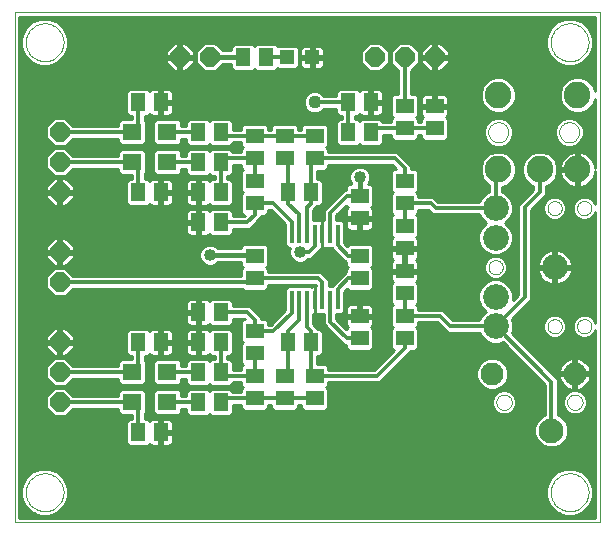
<source format=gtl>
G75*
G70*
%OFA0B0*%
%FSLAX24Y24*%
%IPPOS*%
%LPD*%
%AMOC8*
5,1,8,0,0,1.08239X$1,22.5*
%
%ADD10C,0.0000*%
%ADD11R,0.0138X0.0630*%
%ADD12R,0.0591X0.0512*%
%ADD13R,0.0512X0.0591*%
%ADD14R,0.0630X0.0551*%
%ADD15OC8,0.0640*%
%ADD16R,0.0472X0.0472*%
%ADD17C,0.0860*%
%ADD18C,0.0886*%
%ADD19C,0.0827*%
%ADD20C,0.0768*%
%ADD21C,0.0120*%
%ADD22C,0.0100*%
%ADD23C,0.0400*%
%ADD24C,0.0150*%
%ADD25C,0.0436*%
D10*
X000151Y000151D02*
X000151Y017151D01*
X019651Y017151D01*
X019651Y000151D01*
X000151Y000151D01*
X000521Y001151D02*
X000523Y001201D01*
X000529Y001251D01*
X000539Y001300D01*
X000553Y001348D01*
X000570Y001395D01*
X000591Y001440D01*
X000616Y001484D01*
X000644Y001525D01*
X000676Y001564D01*
X000710Y001601D01*
X000747Y001635D01*
X000787Y001665D01*
X000829Y001692D01*
X000873Y001716D01*
X000919Y001737D01*
X000966Y001753D01*
X001014Y001766D01*
X001064Y001775D01*
X001113Y001780D01*
X001164Y001781D01*
X001214Y001778D01*
X001263Y001771D01*
X001312Y001760D01*
X001360Y001745D01*
X001406Y001727D01*
X001451Y001705D01*
X001494Y001679D01*
X001535Y001650D01*
X001574Y001618D01*
X001610Y001583D01*
X001642Y001545D01*
X001672Y001505D01*
X001699Y001462D01*
X001722Y001418D01*
X001741Y001372D01*
X001757Y001324D01*
X001769Y001275D01*
X001777Y001226D01*
X001781Y001176D01*
X001781Y001126D01*
X001777Y001076D01*
X001769Y001027D01*
X001757Y000978D01*
X001741Y000930D01*
X001722Y000884D01*
X001699Y000840D01*
X001672Y000797D01*
X001642Y000757D01*
X001610Y000719D01*
X001574Y000684D01*
X001535Y000652D01*
X001494Y000623D01*
X001451Y000597D01*
X001406Y000575D01*
X001360Y000557D01*
X001312Y000542D01*
X001263Y000531D01*
X001214Y000524D01*
X001164Y000521D01*
X001113Y000522D01*
X001064Y000527D01*
X001014Y000536D01*
X000966Y000549D01*
X000919Y000565D01*
X000873Y000586D01*
X000829Y000610D01*
X000787Y000637D01*
X000747Y000667D01*
X000710Y000701D01*
X000676Y000738D01*
X000644Y000777D01*
X000616Y000818D01*
X000591Y000862D01*
X000570Y000907D01*
X000553Y000954D01*
X000539Y001002D01*
X000529Y001051D01*
X000523Y001101D01*
X000521Y001151D01*
X015947Y008651D02*
X015949Y008681D01*
X015955Y008711D01*
X015964Y008740D01*
X015977Y008767D01*
X015994Y008792D01*
X016013Y008815D01*
X016036Y008836D01*
X016061Y008853D01*
X016087Y008867D01*
X016116Y008877D01*
X016145Y008884D01*
X016175Y008887D01*
X016206Y008886D01*
X016236Y008881D01*
X016265Y008872D01*
X016292Y008860D01*
X016318Y008845D01*
X016342Y008826D01*
X016363Y008804D01*
X016381Y008780D01*
X016396Y008753D01*
X016407Y008725D01*
X016415Y008696D01*
X016419Y008666D01*
X016419Y008636D01*
X016415Y008606D01*
X016407Y008577D01*
X016396Y008549D01*
X016381Y008522D01*
X016363Y008498D01*
X016342Y008476D01*
X016318Y008457D01*
X016292Y008442D01*
X016265Y008430D01*
X016236Y008421D01*
X016206Y008416D01*
X016175Y008415D01*
X016145Y008418D01*
X016116Y008425D01*
X016087Y008435D01*
X016061Y008449D01*
X016036Y008466D01*
X016013Y008487D01*
X015994Y008510D01*
X015977Y008535D01*
X015964Y008562D01*
X015955Y008591D01*
X015949Y008621D01*
X015947Y008651D01*
X017915Y006683D02*
X017917Y006713D01*
X017923Y006743D01*
X017932Y006772D01*
X017945Y006799D01*
X017962Y006824D01*
X017981Y006847D01*
X018004Y006868D01*
X018029Y006885D01*
X018055Y006899D01*
X018084Y006909D01*
X018113Y006916D01*
X018143Y006919D01*
X018174Y006918D01*
X018204Y006913D01*
X018233Y006904D01*
X018260Y006892D01*
X018286Y006877D01*
X018310Y006858D01*
X018331Y006836D01*
X018349Y006812D01*
X018364Y006785D01*
X018375Y006757D01*
X018383Y006728D01*
X018387Y006698D01*
X018387Y006668D01*
X018383Y006638D01*
X018375Y006609D01*
X018364Y006581D01*
X018349Y006554D01*
X018331Y006530D01*
X018310Y006508D01*
X018286Y006489D01*
X018260Y006474D01*
X018233Y006462D01*
X018204Y006453D01*
X018174Y006448D01*
X018143Y006447D01*
X018113Y006450D01*
X018084Y006457D01*
X018055Y006467D01*
X018029Y006481D01*
X018004Y006498D01*
X017981Y006519D01*
X017962Y006542D01*
X017945Y006567D01*
X017932Y006594D01*
X017923Y006623D01*
X017917Y006653D01*
X017915Y006683D01*
X018899Y006683D02*
X018901Y006713D01*
X018907Y006743D01*
X018916Y006772D01*
X018929Y006799D01*
X018946Y006824D01*
X018965Y006847D01*
X018988Y006868D01*
X019013Y006885D01*
X019039Y006899D01*
X019068Y006909D01*
X019097Y006916D01*
X019127Y006919D01*
X019158Y006918D01*
X019188Y006913D01*
X019217Y006904D01*
X019244Y006892D01*
X019270Y006877D01*
X019294Y006858D01*
X019315Y006836D01*
X019333Y006812D01*
X019348Y006785D01*
X019359Y006757D01*
X019367Y006728D01*
X019371Y006698D01*
X019371Y006668D01*
X019367Y006638D01*
X019359Y006609D01*
X019348Y006581D01*
X019333Y006554D01*
X019315Y006530D01*
X019294Y006508D01*
X019270Y006489D01*
X019244Y006474D01*
X019217Y006462D01*
X019188Y006453D01*
X019158Y006448D01*
X019127Y006447D01*
X019097Y006450D01*
X019068Y006457D01*
X019039Y006467D01*
X019013Y006481D01*
X018988Y006498D01*
X018965Y006519D01*
X018946Y006542D01*
X018929Y006567D01*
X018916Y006594D01*
X018907Y006623D01*
X018901Y006653D01*
X018899Y006683D01*
X018568Y004151D02*
X018570Y004182D01*
X018576Y004213D01*
X018585Y004243D01*
X018598Y004272D01*
X018615Y004299D01*
X018635Y004323D01*
X018657Y004345D01*
X018683Y004364D01*
X018710Y004380D01*
X018739Y004392D01*
X018769Y004401D01*
X018800Y004406D01*
X018832Y004407D01*
X018863Y004404D01*
X018894Y004397D01*
X018924Y004387D01*
X018952Y004373D01*
X018978Y004355D01*
X019002Y004335D01*
X019023Y004311D01*
X019042Y004286D01*
X019057Y004258D01*
X019068Y004229D01*
X019076Y004198D01*
X019080Y004167D01*
X019080Y004135D01*
X019076Y004104D01*
X019068Y004073D01*
X019057Y004044D01*
X019042Y004016D01*
X019023Y003991D01*
X019002Y003967D01*
X018978Y003947D01*
X018952Y003929D01*
X018924Y003915D01*
X018894Y003905D01*
X018863Y003898D01*
X018832Y003895D01*
X018800Y003896D01*
X018769Y003901D01*
X018739Y003910D01*
X018710Y003922D01*
X018683Y003938D01*
X018657Y003957D01*
X018635Y003979D01*
X018615Y004003D01*
X018598Y004030D01*
X018585Y004059D01*
X018576Y004089D01*
X018570Y004120D01*
X018568Y004151D01*
X016206Y004151D02*
X016208Y004182D01*
X016214Y004213D01*
X016223Y004243D01*
X016236Y004272D01*
X016253Y004299D01*
X016273Y004323D01*
X016295Y004345D01*
X016321Y004364D01*
X016348Y004380D01*
X016377Y004392D01*
X016407Y004401D01*
X016438Y004406D01*
X016470Y004407D01*
X016501Y004404D01*
X016532Y004397D01*
X016562Y004387D01*
X016590Y004373D01*
X016616Y004355D01*
X016640Y004335D01*
X016661Y004311D01*
X016680Y004286D01*
X016695Y004258D01*
X016706Y004229D01*
X016714Y004198D01*
X016718Y004167D01*
X016718Y004135D01*
X016714Y004104D01*
X016706Y004073D01*
X016695Y004044D01*
X016680Y004016D01*
X016661Y003991D01*
X016640Y003967D01*
X016616Y003947D01*
X016590Y003929D01*
X016562Y003915D01*
X016532Y003905D01*
X016501Y003898D01*
X016470Y003895D01*
X016438Y003896D01*
X016407Y003901D01*
X016377Y003910D01*
X016348Y003922D01*
X016321Y003938D01*
X016295Y003957D01*
X016273Y003979D01*
X016253Y004003D01*
X016236Y004030D01*
X016223Y004059D01*
X016214Y004089D01*
X016208Y004120D01*
X016206Y004151D01*
X018021Y001151D02*
X018023Y001201D01*
X018029Y001251D01*
X018039Y001300D01*
X018053Y001348D01*
X018070Y001395D01*
X018091Y001440D01*
X018116Y001484D01*
X018144Y001525D01*
X018176Y001564D01*
X018210Y001601D01*
X018247Y001635D01*
X018287Y001665D01*
X018329Y001692D01*
X018373Y001716D01*
X018419Y001737D01*
X018466Y001753D01*
X018514Y001766D01*
X018564Y001775D01*
X018613Y001780D01*
X018664Y001781D01*
X018714Y001778D01*
X018763Y001771D01*
X018812Y001760D01*
X018860Y001745D01*
X018906Y001727D01*
X018951Y001705D01*
X018994Y001679D01*
X019035Y001650D01*
X019074Y001618D01*
X019110Y001583D01*
X019142Y001545D01*
X019172Y001505D01*
X019199Y001462D01*
X019222Y001418D01*
X019241Y001372D01*
X019257Y001324D01*
X019269Y001275D01*
X019277Y001226D01*
X019281Y001176D01*
X019281Y001126D01*
X019277Y001076D01*
X019269Y001027D01*
X019257Y000978D01*
X019241Y000930D01*
X019222Y000884D01*
X019199Y000840D01*
X019172Y000797D01*
X019142Y000757D01*
X019110Y000719D01*
X019074Y000684D01*
X019035Y000652D01*
X018994Y000623D01*
X018951Y000597D01*
X018906Y000575D01*
X018860Y000557D01*
X018812Y000542D01*
X018763Y000531D01*
X018714Y000524D01*
X018664Y000521D01*
X018613Y000522D01*
X018564Y000527D01*
X018514Y000536D01*
X018466Y000549D01*
X018419Y000565D01*
X018373Y000586D01*
X018329Y000610D01*
X018287Y000637D01*
X018247Y000667D01*
X018210Y000701D01*
X018176Y000738D01*
X018144Y000777D01*
X018116Y000818D01*
X018091Y000862D01*
X018070Y000907D01*
X018053Y000954D01*
X018039Y001002D01*
X018029Y001051D01*
X018023Y001101D01*
X018021Y001151D01*
X017915Y010620D02*
X017917Y010650D01*
X017923Y010680D01*
X017932Y010709D01*
X017945Y010736D01*
X017962Y010761D01*
X017981Y010784D01*
X018004Y010805D01*
X018029Y010822D01*
X018055Y010836D01*
X018084Y010846D01*
X018113Y010853D01*
X018143Y010856D01*
X018174Y010855D01*
X018204Y010850D01*
X018233Y010841D01*
X018260Y010829D01*
X018286Y010814D01*
X018310Y010795D01*
X018331Y010773D01*
X018349Y010749D01*
X018364Y010722D01*
X018375Y010694D01*
X018383Y010665D01*
X018387Y010635D01*
X018387Y010605D01*
X018383Y010575D01*
X018375Y010546D01*
X018364Y010518D01*
X018349Y010491D01*
X018331Y010467D01*
X018310Y010445D01*
X018286Y010426D01*
X018260Y010411D01*
X018233Y010399D01*
X018204Y010390D01*
X018174Y010385D01*
X018143Y010384D01*
X018113Y010387D01*
X018084Y010394D01*
X018055Y010404D01*
X018029Y010418D01*
X018004Y010435D01*
X017981Y010456D01*
X017962Y010479D01*
X017945Y010504D01*
X017932Y010531D01*
X017923Y010560D01*
X017917Y010590D01*
X017915Y010620D01*
X018899Y010620D02*
X018901Y010650D01*
X018907Y010680D01*
X018916Y010709D01*
X018929Y010736D01*
X018946Y010761D01*
X018965Y010784D01*
X018988Y010805D01*
X019013Y010822D01*
X019039Y010836D01*
X019068Y010846D01*
X019097Y010853D01*
X019127Y010856D01*
X019158Y010855D01*
X019188Y010850D01*
X019217Y010841D01*
X019244Y010829D01*
X019270Y010814D01*
X019294Y010795D01*
X019315Y010773D01*
X019333Y010749D01*
X019348Y010722D01*
X019359Y010694D01*
X019367Y010665D01*
X019371Y010635D01*
X019371Y010605D01*
X019367Y010575D01*
X019359Y010546D01*
X019348Y010518D01*
X019333Y010491D01*
X019315Y010467D01*
X019294Y010445D01*
X019270Y010426D01*
X019244Y010411D01*
X019217Y010399D01*
X019188Y010390D01*
X019158Y010385D01*
X019127Y010384D01*
X019097Y010387D01*
X019068Y010394D01*
X019039Y010404D01*
X019013Y010418D01*
X018988Y010435D01*
X018965Y010456D01*
X018946Y010479D01*
X018929Y010504D01*
X018916Y010531D01*
X018907Y010560D01*
X018901Y010590D01*
X018899Y010620D01*
X018300Y013151D02*
X018302Y013187D01*
X018308Y013223D01*
X018318Y013258D01*
X018331Y013292D01*
X018348Y013324D01*
X018368Y013354D01*
X018392Y013381D01*
X018418Y013406D01*
X018447Y013428D01*
X018478Y013447D01*
X018511Y013462D01*
X018545Y013474D01*
X018581Y013482D01*
X018617Y013486D01*
X018653Y013486D01*
X018689Y013482D01*
X018725Y013474D01*
X018759Y013462D01*
X018792Y013447D01*
X018823Y013428D01*
X018852Y013406D01*
X018878Y013381D01*
X018902Y013354D01*
X018922Y013324D01*
X018939Y013292D01*
X018952Y013258D01*
X018962Y013223D01*
X018968Y013187D01*
X018970Y013151D01*
X018968Y013115D01*
X018962Y013079D01*
X018952Y013044D01*
X018939Y013010D01*
X018922Y012978D01*
X018902Y012948D01*
X018878Y012921D01*
X018852Y012896D01*
X018823Y012874D01*
X018792Y012855D01*
X018759Y012840D01*
X018725Y012828D01*
X018689Y012820D01*
X018653Y012816D01*
X018617Y012816D01*
X018581Y012820D01*
X018545Y012828D01*
X018511Y012840D01*
X018478Y012855D01*
X018447Y012874D01*
X018418Y012896D01*
X018392Y012921D01*
X018368Y012948D01*
X018348Y012978D01*
X018331Y013010D01*
X018318Y013044D01*
X018308Y013079D01*
X018302Y013115D01*
X018300Y013151D01*
X015938Y013151D02*
X015940Y013187D01*
X015946Y013223D01*
X015956Y013258D01*
X015969Y013292D01*
X015986Y013324D01*
X016006Y013354D01*
X016030Y013381D01*
X016056Y013406D01*
X016085Y013428D01*
X016116Y013447D01*
X016149Y013462D01*
X016183Y013474D01*
X016219Y013482D01*
X016255Y013486D01*
X016291Y013486D01*
X016327Y013482D01*
X016363Y013474D01*
X016397Y013462D01*
X016430Y013447D01*
X016461Y013428D01*
X016490Y013406D01*
X016516Y013381D01*
X016540Y013354D01*
X016560Y013324D01*
X016577Y013292D01*
X016590Y013258D01*
X016600Y013223D01*
X016606Y013187D01*
X016608Y013151D01*
X016606Y013115D01*
X016600Y013079D01*
X016590Y013044D01*
X016577Y013010D01*
X016560Y012978D01*
X016540Y012948D01*
X016516Y012921D01*
X016490Y012896D01*
X016461Y012874D01*
X016430Y012855D01*
X016397Y012840D01*
X016363Y012828D01*
X016327Y012820D01*
X016291Y012816D01*
X016255Y012816D01*
X016219Y012820D01*
X016183Y012828D01*
X016149Y012840D01*
X016116Y012855D01*
X016085Y012874D01*
X016056Y012896D01*
X016030Y012921D01*
X016006Y012948D01*
X015986Y012978D01*
X015969Y013010D01*
X015956Y013044D01*
X015946Y013079D01*
X015940Y013115D01*
X015938Y013151D01*
X018021Y016151D02*
X018023Y016201D01*
X018029Y016251D01*
X018039Y016300D01*
X018053Y016348D01*
X018070Y016395D01*
X018091Y016440D01*
X018116Y016484D01*
X018144Y016525D01*
X018176Y016564D01*
X018210Y016601D01*
X018247Y016635D01*
X018287Y016665D01*
X018329Y016692D01*
X018373Y016716D01*
X018419Y016737D01*
X018466Y016753D01*
X018514Y016766D01*
X018564Y016775D01*
X018613Y016780D01*
X018664Y016781D01*
X018714Y016778D01*
X018763Y016771D01*
X018812Y016760D01*
X018860Y016745D01*
X018906Y016727D01*
X018951Y016705D01*
X018994Y016679D01*
X019035Y016650D01*
X019074Y016618D01*
X019110Y016583D01*
X019142Y016545D01*
X019172Y016505D01*
X019199Y016462D01*
X019222Y016418D01*
X019241Y016372D01*
X019257Y016324D01*
X019269Y016275D01*
X019277Y016226D01*
X019281Y016176D01*
X019281Y016126D01*
X019277Y016076D01*
X019269Y016027D01*
X019257Y015978D01*
X019241Y015930D01*
X019222Y015884D01*
X019199Y015840D01*
X019172Y015797D01*
X019142Y015757D01*
X019110Y015719D01*
X019074Y015684D01*
X019035Y015652D01*
X018994Y015623D01*
X018951Y015597D01*
X018906Y015575D01*
X018860Y015557D01*
X018812Y015542D01*
X018763Y015531D01*
X018714Y015524D01*
X018664Y015521D01*
X018613Y015522D01*
X018564Y015527D01*
X018514Y015536D01*
X018466Y015549D01*
X018419Y015565D01*
X018373Y015586D01*
X018329Y015610D01*
X018287Y015637D01*
X018247Y015667D01*
X018210Y015701D01*
X018176Y015738D01*
X018144Y015777D01*
X018116Y015818D01*
X018091Y015862D01*
X018070Y015907D01*
X018053Y015954D01*
X018039Y016002D01*
X018029Y016051D01*
X018023Y016101D01*
X018021Y016151D01*
X000521Y016151D02*
X000523Y016201D01*
X000529Y016251D01*
X000539Y016300D01*
X000553Y016348D01*
X000570Y016395D01*
X000591Y016440D01*
X000616Y016484D01*
X000644Y016525D01*
X000676Y016564D01*
X000710Y016601D01*
X000747Y016635D01*
X000787Y016665D01*
X000829Y016692D01*
X000873Y016716D01*
X000919Y016737D01*
X000966Y016753D01*
X001014Y016766D01*
X001064Y016775D01*
X001113Y016780D01*
X001164Y016781D01*
X001214Y016778D01*
X001263Y016771D01*
X001312Y016760D01*
X001360Y016745D01*
X001406Y016727D01*
X001451Y016705D01*
X001494Y016679D01*
X001535Y016650D01*
X001574Y016618D01*
X001610Y016583D01*
X001642Y016545D01*
X001672Y016505D01*
X001699Y016462D01*
X001722Y016418D01*
X001741Y016372D01*
X001757Y016324D01*
X001769Y016275D01*
X001777Y016226D01*
X001781Y016176D01*
X001781Y016126D01*
X001777Y016076D01*
X001769Y016027D01*
X001757Y015978D01*
X001741Y015930D01*
X001722Y015884D01*
X001699Y015840D01*
X001672Y015797D01*
X001642Y015757D01*
X001610Y015719D01*
X001574Y015684D01*
X001535Y015652D01*
X001494Y015623D01*
X001451Y015597D01*
X001406Y015575D01*
X001360Y015557D01*
X001312Y015542D01*
X001263Y015531D01*
X001214Y015524D01*
X001164Y015521D01*
X001113Y015522D01*
X001064Y015527D01*
X001014Y015536D01*
X000966Y015549D01*
X000919Y015565D01*
X000873Y015586D01*
X000829Y015610D01*
X000787Y015637D01*
X000747Y015667D01*
X000710Y015701D01*
X000676Y015738D01*
X000644Y015777D01*
X000616Y015818D01*
X000591Y015862D01*
X000570Y015907D01*
X000553Y015954D01*
X000539Y016002D01*
X000529Y016051D01*
X000523Y016101D01*
X000521Y016151D01*
D11*
X009383Y009754D03*
X009639Y009754D03*
X009895Y009754D03*
X010151Y009754D03*
X010407Y009754D03*
X010663Y009754D03*
X010919Y009754D03*
X010919Y007549D03*
X010663Y007549D03*
X010407Y007549D03*
X010151Y007549D03*
X009895Y007549D03*
X009639Y007549D03*
X009383Y007549D03*
D12*
X008151Y008277D03*
X008151Y009025D03*
X008151Y010777D03*
X008151Y011525D03*
X008151Y012277D03*
X009151Y012277D03*
X009151Y013025D03*
X008151Y013025D03*
X010151Y013025D03*
X010151Y012277D03*
X011651Y011025D03*
X011651Y010277D03*
X011651Y009025D03*
X011651Y008277D03*
X011651Y007025D03*
X011651Y006277D03*
X010151Y005025D03*
X010151Y004277D03*
X009151Y004277D03*
X008151Y004277D03*
X008151Y005025D03*
X008151Y005777D03*
X008151Y006525D03*
X009151Y005025D03*
X013151Y006277D03*
X013151Y007025D03*
X013151Y007777D03*
X013151Y008525D03*
X013151Y009277D03*
X013151Y010025D03*
X013151Y010777D03*
X013151Y011525D03*
X013151Y013277D03*
X014151Y013277D03*
X014151Y014025D03*
X013151Y014025D03*
D13*
X012025Y014151D03*
X011277Y014151D03*
X011277Y013151D03*
X012025Y013151D03*
X010025Y011151D03*
X009277Y011151D03*
X007025Y011151D03*
X006277Y011151D03*
X006277Y010151D03*
X007025Y010151D03*
X005025Y011151D03*
X004277Y011151D03*
X006277Y012151D03*
X007025Y012151D03*
X007025Y013151D03*
X006277Y013151D03*
X005025Y014151D03*
X004277Y014151D03*
X007777Y015651D03*
X008525Y015651D03*
X007025Y007151D03*
X006277Y007151D03*
X006277Y006151D03*
X007025Y006151D03*
X007025Y005151D03*
X006277Y005151D03*
X006277Y004151D03*
X007025Y004151D03*
X005025Y003151D03*
X004277Y003151D03*
X004277Y006151D03*
X005025Y006151D03*
X009277Y006151D03*
X010025Y006151D03*
D14*
X005242Y005151D03*
X005242Y004151D03*
X004061Y004151D03*
X004061Y005151D03*
X004061Y012151D03*
X004061Y013151D03*
X005242Y013151D03*
X005242Y012151D03*
D15*
X001651Y012151D03*
X001651Y011151D03*
X001651Y009151D03*
X001651Y008151D03*
X001651Y006151D03*
X001651Y005151D03*
X001651Y004151D03*
X001651Y013151D03*
X005651Y015651D03*
X006651Y015651D03*
X012151Y015651D03*
X013151Y015651D03*
X014151Y015651D03*
D16*
X010065Y015651D03*
X009238Y015651D03*
D17*
X016183Y010620D03*
X016183Y009635D03*
X018151Y008651D03*
X016183Y007667D03*
X016183Y006683D03*
D18*
X016273Y011911D03*
X017651Y011911D03*
X018911Y011911D03*
X018911Y014391D03*
X016273Y014391D03*
D19*
X018037Y003206D03*
D20*
X018824Y005096D03*
X016069Y005096D03*
D21*
X016183Y006683D02*
X014675Y006683D01*
X014332Y007025D01*
X013151Y007025D01*
X013151Y007777D01*
X013151Y006277D02*
X013151Y005951D01*
X012225Y005025D01*
X010151Y005025D01*
X010025Y005151D01*
X010025Y006151D01*
X010025Y006527D01*
X009895Y006657D01*
X009895Y007549D01*
X009639Y007549D02*
X009639Y006889D01*
X009277Y006527D01*
X009277Y006151D01*
X009277Y005151D01*
X009151Y005025D01*
X008151Y005025D02*
X008151Y005777D01*
X008151Y006525D02*
X008151Y006901D01*
X007901Y007151D01*
X007025Y007151D01*
X007025Y006151D02*
X007025Y005151D01*
X007151Y005025D01*
X008151Y005025D01*
X008151Y004277D02*
X007151Y004277D01*
X007025Y004151D01*
X006277Y004151D02*
X005242Y004151D01*
X004277Y003935D02*
X004277Y003151D01*
X004277Y003935D02*
X004061Y004151D01*
X001651Y004151D01*
X001651Y005151D02*
X004061Y005151D01*
X004277Y005368D01*
X004277Y006151D01*
X005242Y005151D02*
X006277Y005151D01*
X008151Y004277D02*
X009151Y004277D01*
X010151Y004277D01*
X011225Y006277D02*
X010663Y006839D01*
X010663Y007549D01*
X010919Y007549D02*
X010919Y007919D01*
X011277Y008277D01*
X011651Y008277D01*
X011651Y009025D02*
X011277Y009025D01*
X010919Y009383D01*
X010919Y009754D01*
X010663Y009754D02*
X010663Y010463D01*
X011225Y011025D01*
X011651Y011025D01*
X010025Y011151D02*
X010025Y012151D01*
X010151Y012277D01*
X012825Y012277D01*
X013151Y011951D01*
X013151Y011525D01*
X013151Y010777D02*
X014025Y010777D01*
X014183Y010620D01*
X016183Y010620D01*
X016183Y011820D01*
X016273Y011911D01*
X017651Y011911D02*
X017651Y011151D01*
X017151Y010651D01*
X017151Y007651D01*
X016183Y006683D01*
X018037Y004828D01*
X018037Y003206D01*
X011651Y006277D02*
X011225Y006277D01*
X010407Y007549D02*
X010407Y008145D01*
X010275Y008277D01*
X008151Y008277D01*
X008025Y008151D01*
X001651Y008151D01*
X004277Y011151D02*
X004277Y011935D01*
X004061Y012151D01*
X001651Y012151D01*
X001651Y013151D02*
X004061Y013151D01*
X004277Y013368D01*
X004277Y014151D01*
X005242Y013151D02*
X006277Y013151D01*
X007025Y013151D02*
X007151Y013025D01*
X008151Y013025D01*
X009151Y013025D01*
X010151Y013025D01*
X009277Y012151D02*
X009151Y012277D01*
X009277Y012151D02*
X009277Y011151D01*
X009277Y010775D01*
X009639Y010413D01*
X009639Y009754D01*
X009383Y009754D02*
X009383Y010169D01*
X008775Y010777D01*
X008151Y010777D01*
X008151Y010401D01*
X007901Y010151D01*
X007025Y010151D01*
X007025Y011151D02*
X007025Y012151D01*
X007151Y012277D01*
X008151Y012277D01*
X008151Y011525D01*
X009895Y010645D02*
X010025Y010775D01*
X010025Y011151D01*
X009895Y010645D02*
X009895Y009754D01*
X010151Y009754D02*
X010151Y009351D01*
X009951Y009151D01*
X009651Y009151D01*
X009383Y007549D02*
X009383Y007133D01*
X008775Y006525D01*
X008151Y006525D01*
X013151Y010025D02*
X013151Y010777D01*
X013151Y013277D02*
X012151Y013277D01*
X012025Y013151D01*
X011277Y013151D02*
X011277Y014151D01*
X010151Y014151D01*
X009238Y015651D02*
X008525Y015651D01*
X006277Y012151D02*
X005242Y012151D01*
X013151Y013277D02*
X014151Y013277D01*
X013151Y014025D02*
X013151Y015651D01*
D22*
X013549Y015918D02*
X013753Y015918D01*
X013681Y015846D02*
X013681Y015701D01*
X014101Y015701D01*
X014101Y015601D01*
X013681Y015601D01*
X013681Y015456D01*
X013956Y015181D01*
X014101Y015181D01*
X014101Y015601D01*
X014201Y015601D01*
X014201Y015181D01*
X014346Y015181D01*
X014621Y015456D01*
X014621Y015601D01*
X014201Y015601D01*
X014201Y015701D01*
X014101Y015701D01*
X014101Y016121D01*
X013956Y016121D01*
X013681Y015846D01*
X013681Y015820D02*
X013621Y015820D01*
X013621Y015846D02*
X013346Y016121D01*
X012956Y016121D01*
X012681Y015846D01*
X012681Y015456D01*
X012941Y015197D01*
X012941Y014431D01*
X012794Y014431D01*
X012706Y014343D01*
X012706Y013707D01*
X012762Y013651D01*
X012706Y013595D01*
X012706Y013487D01*
X012431Y013487D01*
X012431Y013509D01*
X012343Y013596D01*
X011707Y013596D01*
X011651Y013540D01*
X011595Y013596D01*
X011487Y013596D01*
X011487Y013706D01*
X011595Y013706D01*
X011651Y013762D01*
X011677Y013736D01*
X011711Y013716D01*
X011750Y013706D01*
X011975Y013706D01*
X011975Y014101D01*
X012075Y014101D01*
X012075Y013706D01*
X012301Y013706D01*
X012339Y013716D01*
X012373Y013736D01*
X012401Y013764D01*
X012421Y013798D01*
X012431Y013836D01*
X012431Y014101D01*
X012075Y014101D01*
X012075Y014201D01*
X011975Y014201D01*
X011975Y014596D01*
X011750Y014596D01*
X011711Y014586D01*
X011677Y014566D01*
X011651Y014540D01*
X011595Y014596D01*
X010959Y014596D01*
X010871Y014509D01*
X010871Y014361D01*
X010462Y014361D01*
X010360Y014463D01*
X010224Y014519D01*
X010078Y014519D01*
X009943Y014463D01*
X009839Y014360D01*
X009783Y014224D01*
X009783Y014078D01*
X009839Y013943D01*
X009943Y013839D01*
X010078Y013783D01*
X010224Y013783D01*
X010360Y013839D01*
X010462Y013941D01*
X010871Y013941D01*
X010871Y013794D01*
X010959Y013706D01*
X011067Y013706D01*
X011067Y013596D01*
X010959Y013596D01*
X010871Y013509D01*
X010871Y012794D01*
X010959Y012706D01*
X011595Y012706D01*
X011651Y012762D01*
X011707Y012706D01*
X012343Y012706D01*
X012431Y012794D01*
X012431Y013067D01*
X012706Y013067D01*
X012706Y012959D01*
X012794Y012871D01*
X013509Y012871D01*
X013596Y012959D01*
X013596Y013067D01*
X013706Y013067D01*
X013706Y012959D01*
X013794Y012871D01*
X014509Y012871D01*
X014596Y012959D01*
X014596Y013595D01*
X014540Y013651D01*
X014566Y013677D01*
X014586Y013711D01*
X014596Y013750D01*
X019501Y013750D01*
X019501Y013652D02*
X014541Y013652D01*
X014596Y013750D02*
X014596Y013975D01*
X014201Y013975D01*
X014201Y014075D01*
X014101Y014075D01*
X014101Y013975D01*
X013706Y013975D01*
X013706Y013750D01*
X013596Y013750D01*
X013596Y013707D02*
X013596Y014343D01*
X013509Y014431D01*
X013361Y014431D01*
X013361Y015197D01*
X013621Y015456D01*
X013621Y015846D01*
X013621Y015721D02*
X013681Y015721D01*
X013621Y015622D02*
X014101Y015622D01*
X014101Y015524D02*
X014201Y015524D01*
X014201Y015622D02*
X018077Y015622D01*
X017990Y015709D02*
X018209Y015490D01*
X018496Y015371D01*
X018806Y015371D01*
X019093Y015490D01*
X019312Y015709D01*
X019431Y015996D01*
X019431Y016306D01*
X019312Y016593D01*
X019093Y016812D01*
X018806Y016931D01*
X018496Y016931D01*
X018209Y016812D01*
X017990Y016593D01*
X017871Y016306D01*
X017871Y015996D01*
X017990Y015709D01*
X017985Y015721D02*
X014621Y015721D01*
X014621Y015701D02*
X014621Y015846D01*
X014346Y016121D01*
X014201Y016121D01*
X014201Y015701D01*
X014621Y015701D01*
X014621Y015820D02*
X017944Y015820D01*
X017904Y015918D02*
X014549Y015918D01*
X014450Y016017D02*
X017871Y016017D01*
X017871Y016115D02*
X014352Y016115D01*
X014201Y016115D02*
X014101Y016115D01*
X014101Y016017D02*
X014201Y016017D01*
X014201Y015918D02*
X014101Y015918D01*
X014101Y015820D02*
X014201Y015820D01*
X014201Y015721D02*
X014101Y015721D01*
X014101Y015425D02*
X014201Y015425D01*
X014201Y015327D02*
X014101Y015327D01*
X014101Y015228D02*
X014201Y015228D01*
X014393Y015228D02*
X019501Y015228D01*
X019501Y015130D02*
X013361Y015130D01*
X013361Y015031D02*
X019501Y015031D01*
X019501Y014933D02*
X019153Y014933D01*
X019247Y014894D02*
X019029Y014984D01*
X018793Y014984D01*
X018575Y014894D01*
X018408Y014727D01*
X018318Y014509D01*
X018318Y014273D01*
X018408Y014055D01*
X018575Y013889D01*
X018793Y013798D01*
X019029Y013798D01*
X019247Y013889D01*
X019414Y014055D01*
X019501Y014267D01*
X019501Y011974D01*
X019489Y012050D01*
X019460Y012139D01*
X019418Y012222D01*
X019363Y012297D01*
X019297Y012363D01*
X019222Y012418D01*
X019139Y012460D01*
X019050Y012489D01*
X018961Y012503D01*
X018961Y011961D01*
X018861Y011961D01*
X018861Y011861D01*
X018961Y011861D01*
X018961Y011319D01*
X019050Y011333D01*
X019139Y011362D01*
X019222Y011404D01*
X019297Y011459D01*
X019363Y011525D01*
X019418Y011600D01*
X019460Y011683D01*
X019489Y011772D01*
X019501Y011848D01*
X019501Y010746D01*
X019463Y010838D01*
X019354Y010947D01*
X019212Y011006D01*
X019059Y011006D01*
X018917Y010947D01*
X018808Y010838D01*
X018749Y010696D01*
X018749Y010543D01*
X018808Y010401D01*
X018917Y010292D01*
X019059Y010233D01*
X019212Y010233D01*
X019354Y010292D01*
X019463Y010401D01*
X019501Y010494D01*
X019501Y006809D01*
X019463Y006901D01*
X019354Y007010D01*
X019212Y007069D01*
X019059Y007069D01*
X018917Y007010D01*
X018808Y006901D01*
X018749Y006759D01*
X018749Y006606D01*
X018808Y006464D01*
X018917Y006355D01*
X019059Y006296D01*
X019212Y006296D01*
X019354Y006355D01*
X019463Y006464D01*
X019501Y006557D01*
X019501Y000301D01*
X000301Y000301D01*
X000301Y017001D01*
X019501Y017001D01*
X019501Y014516D01*
X019414Y014727D01*
X019247Y014894D01*
X019307Y014834D02*
X019501Y014834D01*
X019501Y014736D02*
X019405Y014736D01*
X019451Y014637D02*
X019501Y014637D01*
X019492Y014539D02*
X019501Y014539D01*
X019491Y014243D02*
X019501Y014243D01*
X019501Y014144D02*
X019450Y014144D01*
X019404Y014046D02*
X019501Y014046D01*
X019501Y013947D02*
X019305Y013947D01*
X019150Y013849D02*
X019501Y013849D01*
X019501Y013553D02*
X018919Y013553D01*
X018910Y013562D02*
X018732Y013636D01*
X018539Y013636D01*
X018361Y013562D01*
X018225Y013426D01*
X018151Y013248D01*
X018151Y013055D01*
X018225Y012877D01*
X018361Y012740D01*
X018539Y012667D01*
X018732Y012667D01*
X018910Y012740D01*
X019046Y012877D01*
X019120Y013055D01*
X019120Y013248D01*
X019046Y013426D01*
X018910Y013562D01*
X019017Y013455D02*
X019501Y013455D01*
X019501Y013356D02*
X019075Y013356D01*
X019116Y013257D02*
X019501Y013257D01*
X019501Y013159D02*
X019120Y013159D01*
X019120Y013060D02*
X019501Y013060D01*
X019501Y012962D02*
X019081Y012962D01*
X019033Y012863D02*
X019501Y012863D01*
X019501Y012765D02*
X018934Y012765D01*
X018861Y012503D02*
X018772Y012489D01*
X018683Y012460D01*
X018600Y012418D01*
X018525Y012363D01*
X018459Y012297D01*
X018404Y012222D01*
X018362Y012139D01*
X018333Y012050D01*
X018319Y011961D01*
X018861Y011961D01*
X018861Y012503D01*
X018861Y012469D02*
X018961Y012469D01*
X018961Y012371D02*
X018861Y012371D01*
X018861Y012272D02*
X018961Y012272D01*
X018961Y012173D02*
X018861Y012173D01*
X018861Y012075D02*
X018961Y012075D01*
X018961Y011976D02*
X018861Y011976D01*
X018861Y011878D02*
X018244Y011878D01*
X018319Y011861D02*
X018333Y011772D01*
X018362Y011683D01*
X018404Y011600D01*
X018459Y011525D01*
X018525Y011459D01*
X018600Y011404D01*
X018683Y011362D01*
X018772Y011333D01*
X018861Y011319D01*
X018861Y011861D01*
X018319Y011861D01*
X018332Y011779D02*
X018238Y011779D01*
X018244Y011793D02*
X018154Y011575D01*
X017987Y011408D01*
X017861Y011356D01*
X017861Y011238D01*
X017861Y011064D01*
X017361Y010564D01*
X017361Y007738D01*
X017361Y007564D01*
X016714Y006917D01*
X016763Y006798D01*
X016763Y006567D01*
X016714Y006449D01*
X018247Y004915D01*
X018247Y004741D01*
X018247Y003729D01*
X018356Y003684D01*
X018515Y003525D01*
X018600Y003318D01*
X018600Y003094D01*
X018515Y002887D01*
X018356Y002729D01*
X018149Y002643D01*
X017925Y002643D01*
X017718Y002729D01*
X017559Y002887D01*
X017474Y003094D01*
X017474Y003318D01*
X017559Y003525D01*
X017718Y003684D01*
X017827Y003729D01*
X017827Y004741D01*
X016417Y006152D01*
X016298Y006103D01*
X016067Y006103D01*
X015854Y006191D01*
X015691Y006354D01*
X015642Y006473D01*
X014762Y006473D01*
X014588Y006473D01*
X014245Y006815D01*
X013596Y006815D01*
X013596Y006707D01*
X013540Y006651D01*
X013596Y006595D01*
X013596Y005959D01*
X013509Y005871D01*
X013361Y005871D01*
X013361Y005864D01*
X012435Y004938D01*
X012312Y004815D01*
X010596Y004815D01*
X010596Y004707D01*
X010540Y004651D01*
X010596Y004595D01*
X010596Y003959D01*
X010509Y003871D01*
X009794Y003871D01*
X009706Y003959D01*
X009706Y004067D01*
X009596Y004067D01*
X009596Y003959D01*
X009509Y003871D01*
X008794Y003871D01*
X008706Y003959D01*
X008706Y004067D01*
X008596Y004067D01*
X008596Y003959D01*
X008509Y003871D01*
X007794Y003871D01*
X007706Y003959D01*
X007706Y004067D01*
X007431Y004067D01*
X007431Y003794D01*
X007343Y003706D01*
X006707Y003706D01*
X006651Y003762D01*
X006595Y003706D01*
X005959Y003706D01*
X005871Y003794D01*
X005871Y003941D01*
X005707Y003941D01*
X005707Y003813D01*
X005619Y003726D01*
X004865Y003726D01*
X004777Y003813D01*
X004777Y004489D01*
X004865Y004577D01*
X005619Y004577D01*
X005707Y004489D01*
X005707Y004361D01*
X005871Y004361D01*
X005871Y004509D01*
X005959Y004596D01*
X006595Y004596D01*
X006651Y004540D01*
X006707Y004596D01*
X007343Y004596D01*
X007431Y004509D01*
X007431Y004487D01*
X007706Y004487D01*
X007706Y004595D01*
X007762Y004651D01*
X007706Y004707D01*
X007706Y004815D01*
X007431Y004815D01*
X007431Y004794D01*
X007343Y004706D01*
X006707Y004706D01*
X006651Y004762D01*
X006595Y004706D01*
X005959Y004706D01*
X005871Y004794D01*
X005871Y004941D01*
X005707Y004941D01*
X005707Y004813D01*
X005619Y004726D01*
X004865Y004726D01*
X004777Y004813D01*
X004777Y005489D01*
X004865Y005577D01*
X005619Y005577D01*
X005707Y005489D01*
X005707Y005361D01*
X005871Y005361D01*
X005871Y005509D01*
X005959Y005596D01*
X006595Y005596D01*
X006651Y005540D01*
X006707Y005596D01*
X006815Y005596D01*
X006815Y005706D01*
X006707Y005706D01*
X006651Y005762D01*
X006625Y005736D01*
X006591Y005716D01*
X006553Y005706D01*
X006327Y005706D01*
X006327Y006101D01*
X006227Y006101D01*
X006227Y005706D01*
X006001Y005706D01*
X005963Y005716D01*
X005929Y005736D01*
X005901Y005764D01*
X005881Y005798D01*
X005871Y005836D01*
X005871Y006101D01*
X006227Y006101D01*
X006227Y006201D01*
X005871Y006201D01*
X005871Y006466D01*
X005881Y006504D01*
X005901Y006539D01*
X005929Y006566D01*
X005963Y006586D01*
X006001Y006596D01*
X006227Y006596D01*
X006227Y006201D01*
X006327Y006201D01*
X006327Y006596D01*
X006553Y006596D01*
X006591Y006586D01*
X006625Y006566D01*
X006651Y006540D01*
X006707Y006596D01*
X007343Y006596D01*
X007431Y006509D01*
X007431Y005794D01*
X007343Y005706D01*
X007235Y005706D01*
X007235Y005596D01*
X007343Y005596D01*
X007431Y005509D01*
X007431Y005235D01*
X007706Y005235D01*
X007706Y005343D01*
X007764Y005401D01*
X007706Y005459D01*
X007706Y006095D01*
X007762Y006151D01*
X007706Y006207D01*
X007706Y006843D01*
X007794Y006931D01*
X007824Y006931D01*
X007814Y006941D01*
X007431Y006941D01*
X007431Y006794D01*
X007343Y006706D01*
X006707Y006706D01*
X006651Y006762D01*
X006625Y006736D01*
X006591Y006716D01*
X006553Y006706D01*
X006327Y006706D01*
X006327Y007101D01*
X006227Y007101D01*
X006227Y006706D01*
X006001Y006706D01*
X005963Y006716D01*
X005929Y006736D01*
X005901Y006764D01*
X005881Y006798D01*
X005871Y006836D01*
X005871Y007101D01*
X006227Y007101D01*
X006227Y007201D01*
X005871Y007201D01*
X005871Y007466D01*
X005881Y007504D01*
X005901Y007539D01*
X005929Y007566D01*
X005963Y007586D01*
X006001Y007596D01*
X006227Y007596D01*
X006227Y007201D01*
X006327Y007201D01*
X006327Y007596D01*
X006553Y007596D01*
X006591Y007586D01*
X006625Y007566D01*
X006651Y007540D01*
X006707Y007596D01*
X007343Y007596D01*
X007431Y007509D01*
X007431Y007361D01*
X007814Y007361D01*
X007988Y007361D01*
X008238Y007111D01*
X008361Y006988D01*
X008361Y006931D01*
X008509Y006931D01*
X008596Y006843D01*
X008596Y006735D01*
X008688Y006735D01*
X009165Y007212D01*
X009165Y007926D01*
X009252Y008014D01*
X009508Y008014D01*
X009764Y008014D01*
X010026Y008014D01*
X010034Y008006D01*
X010063Y008014D01*
X010151Y008014D01*
X010151Y007549D01*
X010151Y007549D01*
X010151Y008014D01*
X010197Y008014D01*
X010197Y008058D01*
X010188Y008067D01*
X008596Y008067D01*
X008596Y007959D01*
X008509Y007871D01*
X007794Y007871D01*
X007724Y007941D01*
X002106Y007941D01*
X001846Y007681D01*
X001456Y007681D01*
X001181Y007956D01*
X001181Y008346D01*
X001456Y008621D01*
X001846Y008621D01*
X002106Y008361D01*
X007706Y008361D01*
X007706Y008595D01*
X007762Y008651D01*
X007706Y008707D01*
X007706Y008826D01*
X006921Y008826D01*
X006849Y008754D01*
X006721Y008701D01*
X006582Y008701D01*
X006453Y008754D01*
X006354Y008853D01*
X006301Y008982D01*
X006301Y009121D01*
X006354Y009249D01*
X006453Y009348D01*
X006582Y009401D01*
X006721Y009401D01*
X006849Y009348D01*
X006921Y009276D01*
X007706Y009276D01*
X007706Y009343D01*
X007794Y009431D01*
X008509Y009431D01*
X008596Y009343D01*
X008596Y008707D01*
X008540Y008651D01*
X008596Y008595D01*
X008596Y008487D01*
X010188Y008487D01*
X010362Y008487D01*
X010617Y008232D01*
X010617Y008058D01*
X010617Y008014D01*
X010717Y008014D01*
X011190Y008487D01*
X011206Y008487D01*
X011206Y008595D01*
X011262Y008651D01*
X011206Y008707D01*
X011206Y008815D01*
X011190Y008815D01*
X010832Y009173D01*
X010832Y009173D01*
X010717Y009289D01*
X010532Y009289D01*
X010524Y009296D01*
X010496Y009289D01*
X010407Y009289D01*
X010407Y009753D01*
X010407Y009753D01*
X010407Y009289D01*
X010361Y009289D01*
X010361Y009264D01*
X010238Y009141D01*
X010038Y008941D01*
X009936Y008941D01*
X009849Y008854D01*
X009721Y008801D01*
X009582Y008801D01*
X009453Y008854D01*
X009354Y008953D01*
X009301Y009082D01*
X009301Y009221D01*
X009329Y009289D01*
X009252Y009289D01*
X009165Y009376D01*
X009165Y010091D01*
X008688Y010567D01*
X008596Y010567D01*
X008596Y010459D01*
X008509Y010371D01*
X008361Y010371D01*
X008361Y010314D01*
X008238Y010191D01*
X007988Y009941D01*
X007814Y009941D01*
X007431Y009941D01*
X007431Y009794D01*
X007343Y009706D01*
X006707Y009706D01*
X006651Y009762D01*
X006625Y009736D01*
X006591Y009716D01*
X006553Y009706D01*
X006327Y009706D01*
X006327Y010101D01*
X006227Y010101D01*
X006227Y009706D01*
X006001Y009706D01*
X005963Y009716D01*
X005929Y009736D01*
X005901Y009764D01*
X005881Y009798D01*
X005871Y009836D01*
X005871Y010101D01*
X006227Y010101D01*
X006227Y010201D01*
X005871Y010201D01*
X005871Y010466D01*
X005881Y010504D01*
X005901Y010539D01*
X005929Y010566D01*
X005963Y010586D01*
X006001Y010596D01*
X006227Y010596D01*
X006227Y010201D01*
X006327Y010201D01*
X006327Y010596D01*
X006553Y010596D01*
X006591Y010586D01*
X006625Y010566D01*
X006651Y010540D01*
X006707Y010596D01*
X007343Y010596D01*
X007431Y010509D01*
X007431Y010361D01*
X007814Y010361D01*
X007824Y010371D01*
X007794Y010371D01*
X007706Y010459D01*
X007706Y011095D01*
X007762Y011151D01*
X007706Y011207D01*
X007706Y011843D01*
X007764Y011901D01*
X007706Y011959D01*
X007706Y012067D01*
X007431Y012067D01*
X007431Y011794D01*
X007343Y011706D01*
X007235Y011706D01*
X007235Y011596D01*
X007343Y011596D01*
X007431Y011509D01*
X007431Y010794D01*
X007706Y010794D01*
X007706Y010892D02*
X007431Y010892D01*
X007431Y010794D02*
X007343Y010706D01*
X006707Y010706D01*
X006651Y010762D01*
X006625Y010736D01*
X006591Y010716D01*
X006553Y010706D01*
X006327Y010706D01*
X006327Y011101D01*
X006227Y011101D01*
X006227Y010706D01*
X006001Y010706D01*
X005963Y010716D01*
X005929Y010736D01*
X005901Y010764D01*
X005881Y010798D01*
X005871Y010836D01*
X005871Y011101D01*
X006227Y011101D01*
X006227Y011201D01*
X005871Y011201D01*
X005871Y011466D01*
X005881Y011504D01*
X005901Y011539D01*
X005929Y011566D01*
X005963Y011586D01*
X006001Y011596D01*
X006227Y011596D01*
X006227Y011201D01*
X006327Y011201D01*
X006327Y011596D01*
X006553Y011596D01*
X006591Y011586D01*
X006625Y011566D01*
X006651Y011540D01*
X006707Y011596D01*
X006815Y011596D01*
X006815Y011706D01*
X006707Y011706D01*
X006651Y011762D01*
X006595Y011706D01*
X005959Y011706D01*
X005871Y011794D01*
X005871Y011941D01*
X005707Y011941D01*
X005707Y011813D01*
X005619Y011726D01*
X004865Y011726D01*
X004777Y011813D01*
X004777Y012489D01*
X004865Y012577D01*
X005619Y012577D01*
X005707Y012489D01*
X005707Y012361D01*
X005871Y012361D01*
X005871Y012509D01*
X005959Y012596D01*
X006595Y012596D01*
X006651Y012540D01*
X006707Y012596D01*
X007343Y012596D01*
X007431Y012509D01*
X007431Y012487D01*
X007706Y012487D01*
X007706Y012595D01*
X007762Y012651D01*
X007706Y012707D01*
X007706Y012815D01*
X007431Y012815D01*
X007431Y012794D01*
X007343Y012706D01*
X006707Y012706D01*
X006651Y012762D01*
X006595Y012706D01*
X005959Y012706D01*
X005871Y012794D01*
X005871Y012941D01*
X005707Y012941D01*
X005707Y012813D01*
X005619Y012726D01*
X004865Y012726D01*
X004777Y012813D01*
X004777Y013489D01*
X004865Y013577D01*
X005619Y013577D01*
X005707Y013489D01*
X005707Y013361D01*
X005871Y013361D01*
X005871Y013509D01*
X005959Y013596D01*
X006595Y013596D01*
X006651Y013540D01*
X006707Y013596D01*
X007343Y013596D01*
X007431Y013509D01*
X007431Y013235D01*
X007706Y013235D01*
X007706Y013343D01*
X007794Y013431D01*
X008509Y013431D01*
X008596Y013343D01*
X008596Y013235D01*
X008706Y013235D01*
X008706Y013343D01*
X008794Y013431D01*
X009509Y013431D01*
X009596Y013343D01*
X009596Y013235D01*
X009706Y013235D01*
X009706Y013343D01*
X009794Y013431D01*
X010509Y013431D01*
X010596Y013343D01*
X010596Y012707D01*
X010540Y012651D01*
X010596Y012595D01*
X010596Y012487D01*
X012738Y012487D01*
X012912Y012487D01*
X013238Y012161D01*
X013361Y012038D01*
X013361Y011931D01*
X013509Y011931D01*
X013596Y011843D01*
X013596Y011207D01*
X013540Y011151D01*
X013596Y011095D01*
X013596Y010987D01*
X013938Y010987D01*
X014112Y010987D01*
X014270Y010830D01*
X015642Y010830D01*
X015691Y010948D01*
X015854Y011111D01*
X015973Y011160D01*
X015973Y011394D01*
X015937Y011408D01*
X015771Y011575D01*
X015680Y011793D01*
X015680Y012029D01*
X015771Y012247D01*
X015937Y012414D01*
X016155Y012504D01*
X016391Y012504D01*
X016609Y012414D01*
X016776Y012247D01*
X016866Y012029D01*
X016866Y011793D01*
X016776Y011575D01*
X016609Y011408D01*
X016393Y011319D01*
X016393Y011160D01*
X016511Y011111D01*
X016674Y010948D01*
X016763Y010735D01*
X016763Y010504D01*
X016674Y010291D01*
X016511Y010128D01*
X016510Y010128D01*
X016511Y010127D01*
X016674Y009964D01*
X016763Y009751D01*
X016763Y009520D01*
X016674Y009307D01*
X016511Y009144D01*
X016298Y009055D01*
X016067Y009055D01*
X015854Y009144D01*
X015691Y009307D01*
X015603Y009520D01*
X015603Y009751D01*
X015691Y009964D01*
X015854Y010127D01*
X015855Y010128D01*
X015854Y010128D01*
X015691Y010291D01*
X015642Y010410D01*
X014270Y010410D01*
X014096Y010410D01*
X013938Y010567D01*
X013596Y010567D01*
X013596Y010459D01*
X013538Y010401D01*
X013596Y010343D01*
X013596Y009707D01*
X013540Y009651D01*
X013566Y009625D01*
X013586Y009591D01*
X013596Y009553D01*
X013596Y009327D01*
X013201Y009327D01*
X013201Y009227D01*
X013201Y008931D01*
X013201Y008575D01*
X013596Y008575D01*
X013596Y008801D01*
X013586Y008839D01*
X013566Y008873D01*
X013539Y008901D01*
X013538Y008901D01*
X013539Y008901D01*
X013566Y008929D01*
X013586Y008963D01*
X013596Y009001D01*
X013596Y009227D01*
X013201Y009227D01*
X013101Y009227D01*
X012706Y009227D01*
X012706Y009001D01*
X012716Y008963D01*
X012736Y008929D01*
X012764Y008901D01*
X012764Y008901D01*
X012764Y008901D01*
X012736Y008873D01*
X012716Y008839D01*
X012706Y008801D01*
X012706Y008575D01*
X013101Y008575D01*
X013101Y008475D01*
X012706Y008475D01*
X012706Y008250D01*
X012716Y008211D01*
X012736Y008177D01*
X012762Y008151D01*
X012706Y008095D01*
X012706Y007459D01*
X012764Y007401D01*
X012706Y007343D01*
X012706Y006707D01*
X012762Y006651D01*
X012706Y006595D01*
X012706Y005959D01*
X012784Y005881D01*
X012138Y005235D01*
X010596Y005235D01*
X010596Y005343D01*
X010509Y005431D01*
X010235Y005431D01*
X010235Y005706D01*
X010343Y005706D01*
X010431Y005794D01*
X010431Y006509D01*
X010343Y006596D01*
X010235Y006596D01*
X010235Y006614D01*
X010105Y006744D01*
X010105Y007084D01*
X010151Y007084D01*
X010151Y007548D01*
X010151Y007548D01*
X010151Y007084D01*
X010240Y007084D01*
X010268Y007092D01*
X010276Y007084D01*
X010453Y007084D01*
X010453Y006926D01*
X010453Y006752D01*
X011138Y006067D01*
X011206Y006067D01*
X011206Y005959D01*
X011294Y005871D01*
X012009Y005871D01*
X012096Y005959D01*
X012096Y006595D01*
X012040Y006651D01*
X012066Y006677D01*
X012086Y006711D01*
X012096Y006750D01*
X012096Y006975D01*
X011701Y006975D01*
X011701Y007075D01*
X011601Y007075D01*
X011601Y006975D01*
X011206Y006975D01*
X011206Y006750D01*
X011216Y006711D01*
X011236Y006677D01*
X011262Y006651D01*
X011206Y006595D01*
X011206Y006593D01*
X010873Y006926D01*
X010873Y007084D01*
X011050Y007084D01*
X011138Y007172D01*
X011138Y007841D01*
X011231Y007934D01*
X011294Y007871D01*
X012009Y007871D01*
X012096Y007959D01*
X012096Y008595D01*
X012040Y008651D01*
X012096Y008707D01*
X012096Y009343D01*
X012009Y009431D01*
X011294Y009431D01*
X011231Y009368D01*
X011138Y009461D01*
X011138Y010131D01*
X011050Y010218D01*
X010873Y010218D01*
X010873Y010376D01*
X011206Y010709D01*
X011206Y010707D01*
X011262Y010651D01*
X011236Y010625D01*
X011216Y010591D01*
X011206Y010553D01*
X011206Y010327D01*
X011601Y010327D01*
X011601Y010227D01*
X011206Y010227D01*
X011206Y010001D01*
X011216Y009963D01*
X011236Y009929D01*
X011264Y009901D01*
X011298Y009881D01*
X011336Y009871D01*
X011601Y009871D01*
X011601Y010227D01*
X011701Y010227D01*
X011701Y009871D01*
X011966Y009871D01*
X012004Y009881D01*
X012039Y009901D01*
X012066Y009929D01*
X012086Y009963D01*
X012096Y010001D01*
X012096Y010227D01*
X011701Y010227D01*
X011701Y010327D01*
X012096Y010327D01*
X012096Y010553D01*
X012086Y010591D01*
X012066Y010625D01*
X012040Y010651D01*
X012096Y010707D01*
X012096Y011343D01*
X012009Y011431D01*
X011926Y011431D01*
X011948Y011453D01*
X012001Y011582D01*
X012706Y011582D01*
X012706Y011484D02*
X011961Y011484D01*
X012001Y011582D02*
X012001Y011721D01*
X011948Y011849D01*
X011849Y011948D01*
X011721Y012001D01*
X011582Y012001D01*
X011453Y011948D01*
X011354Y011849D01*
X011301Y011721D01*
X011301Y011582D01*
X010357Y011582D01*
X010343Y011596D02*
X010235Y011596D01*
X010235Y011871D01*
X010509Y011871D01*
X010596Y011959D01*
X010596Y012067D01*
X012738Y012067D01*
X012874Y011931D01*
X012794Y011931D01*
X012706Y011843D01*
X012706Y011207D01*
X012762Y011151D01*
X012706Y011095D01*
X012706Y010459D01*
X012764Y010401D01*
X012706Y010343D01*
X012706Y009707D01*
X012762Y009651D01*
X012736Y009625D01*
X012716Y009591D01*
X012706Y009553D01*
X012706Y009327D01*
X013101Y009327D01*
X013101Y009227D01*
X013101Y008931D01*
X013101Y008575D01*
X013201Y008575D01*
X013201Y008475D01*
X013596Y008475D01*
X013596Y008250D01*
X013586Y008211D01*
X013566Y008177D01*
X013540Y008151D01*
X013596Y008095D01*
X013596Y007459D01*
X013538Y007401D01*
X013596Y007343D01*
X013596Y007235D01*
X014245Y007235D01*
X014419Y007235D01*
X014762Y006893D01*
X015642Y006893D01*
X015691Y007011D01*
X015854Y007174D01*
X015855Y007175D01*
X015854Y007175D01*
X015691Y007338D01*
X015603Y007552D01*
X015603Y007782D01*
X015691Y007995D01*
X015854Y008159D01*
X016067Y008247D01*
X016298Y008247D01*
X016511Y008159D01*
X016674Y007995D01*
X016763Y007782D01*
X016763Y007560D01*
X016941Y007738D01*
X016941Y010738D01*
X017064Y010861D01*
X017441Y011238D01*
X017441Y011356D01*
X017315Y011408D01*
X017149Y011575D01*
X017058Y011793D01*
X017058Y012029D01*
X017149Y012247D01*
X017315Y012414D01*
X017533Y012504D01*
X017769Y012504D01*
X017987Y012414D01*
X018154Y012247D01*
X018244Y012029D01*
X018244Y011793D01*
X018198Y011681D02*
X018363Y011681D01*
X018417Y011582D02*
X018157Y011582D01*
X018062Y011484D02*
X018500Y011484D01*
X018637Y011385D02*
X017931Y011385D01*
X017861Y011287D02*
X019501Y011287D01*
X019501Y011385D02*
X019185Y011385D01*
X019322Y011484D02*
X019501Y011484D01*
X019501Y011582D02*
X019405Y011582D01*
X019459Y011681D02*
X019501Y011681D01*
X019490Y011779D02*
X019501Y011779D01*
X019501Y011976D02*
X019501Y011976D01*
X019501Y012075D02*
X019481Y012075D01*
X019501Y012173D02*
X019443Y012173D01*
X019501Y012272D02*
X019382Y012272D01*
X019287Y012371D02*
X019501Y012371D01*
X019501Y012469D02*
X019112Y012469D01*
X019501Y012568D02*
X010596Y012568D01*
X010555Y012666D02*
X019501Y012666D01*
X018710Y012469D02*
X017853Y012469D01*
X018030Y012371D02*
X018535Y012371D01*
X018440Y012272D02*
X018129Y012272D01*
X018184Y012173D02*
X018379Y012173D01*
X018341Y012075D02*
X018225Y012075D01*
X018244Y011976D02*
X018321Y011976D01*
X018861Y011779D02*
X018961Y011779D01*
X018961Y011681D02*
X018861Y011681D01*
X018861Y011582D02*
X018961Y011582D01*
X018961Y011484D02*
X018861Y011484D01*
X018861Y011385D02*
X018961Y011385D01*
X019023Y010991D02*
X018264Y010991D01*
X018228Y011006D02*
X018074Y011006D01*
X017932Y010947D01*
X017824Y010838D01*
X017765Y010696D01*
X017765Y010543D01*
X017824Y010401D01*
X017932Y010292D01*
X018074Y010233D01*
X018228Y010233D01*
X018370Y010292D01*
X018479Y010401D01*
X018537Y010543D01*
X018537Y010696D01*
X018479Y010838D01*
X018370Y010947D01*
X018228Y011006D01*
X018038Y010991D02*
X017788Y010991D01*
X017861Y011089D02*
X019501Y011089D01*
X019501Y010991D02*
X019248Y010991D01*
X019409Y010892D02*
X019501Y010892D01*
X019501Y010794D02*
X019481Y010794D01*
X019501Y011188D02*
X017861Y011188D01*
X017878Y010892D02*
X017689Y010892D01*
X017591Y010794D02*
X017805Y010794D01*
X017765Y010695D02*
X017492Y010695D01*
X017394Y010597D02*
X017765Y010597D01*
X017783Y010498D02*
X017361Y010498D01*
X017361Y010400D02*
X017825Y010400D01*
X017924Y010301D02*
X017361Y010301D01*
X017361Y010203D02*
X019501Y010203D01*
X019501Y010301D02*
X019363Y010301D01*
X019462Y010400D02*
X019501Y010400D01*
X019501Y010104D02*
X017361Y010104D01*
X017361Y010006D02*
X019501Y010006D01*
X019501Y009907D02*
X017361Y009907D01*
X017361Y009808D02*
X019501Y009808D01*
X019501Y009710D02*
X017361Y009710D01*
X017361Y009611D02*
X019501Y009611D01*
X019501Y009513D02*
X017361Y009513D01*
X017361Y009414D02*
X019501Y009414D01*
X019501Y009316D02*
X017361Y009316D01*
X017361Y009217D02*
X018017Y009217D01*
X018015Y009217D02*
X017929Y009189D01*
X017847Y009147D01*
X017773Y009094D01*
X017709Y009029D01*
X017655Y008955D01*
X017614Y008874D01*
X017585Y008787D01*
X017572Y008701D01*
X018101Y008701D01*
X018101Y008601D01*
X018201Y008601D01*
X018201Y008072D01*
X018287Y008085D01*
X018374Y008114D01*
X018455Y008155D01*
X018529Y008209D01*
X018594Y008273D01*
X018647Y008347D01*
X018689Y008429D01*
X019501Y008429D01*
X019501Y008527D02*
X018719Y008527D01*
X018717Y008515D02*
X018730Y008601D01*
X018201Y008601D01*
X018201Y008701D01*
X018730Y008701D01*
X018717Y008787D01*
X018689Y008874D01*
X018647Y008955D01*
X018594Y009029D01*
X018529Y009094D01*
X018455Y009147D01*
X018374Y009189D01*
X018287Y009217D01*
X018201Y009230D01*
X018201Y008701D01*
X018101Y008701D01*
X018101Y009230D01*
X018015Y009217D01*
X018101Y009217D02*
X018201Y009217D01*
X018285Y009217D02*
X019501Y009217D01*
X019501Y009119D02*
X018495Y009119D01*
X018600Y009020D02*
X019501Y009020D01*
X019501Y008922D02*
X018664Y008922D01*
X018705Y008823D02*
X019501Y008823D01*
X019501Y008724D02*
X018727Y008724D01*
X018717Y008515D02*
X018689Y008429D01*
X018635Y008330D02*
X019501Y008330D01*
X019501Y008232D02*
X018552Y008232D01*
X018412Y008133D02*
X019501Y008133D01*
X019501Y008035D02*
X017361Y008035D01*
X017361Y008133D02*
X017890Y008133D01*
X017929Y008114D02*
X017847Y008155D01*
X017773Y008209D01*
X017709Y008273D01*
X017655Y008347D01*
X017614Y008429D01*
X017361Y008429D01*
X017361Y008527D02*
X017584Y008527D01*
X017585Y008515D02*
X017614Y008429D01*
X017585Y008515D02*
X017572Y008601D01*
X018101Y008601D01*
X018101Y008072D01*
X018015Y008085D01*
X017929Y008114D01*
X018101Y008133D02*
X018201Y008133D01*
X018201Y008232D02*
X018101Y008232D01*
X018101Y008330D02*
X018201Y008330D01*
X018201Y008429D02*
X018101Y008429D01*
X018101Y008527D02*
X018201Y008527D01*
X018201Y008626D02*
X019501Y008626D01*
X019501Y007936D02*
X017361Y007936D01*
X017361Y007838D02*
X019501Y007838D01*
X019501Y007739D02*
X017361Y007739D01*
X017361Y007640D02*
X019501Y007640D01*
X019501Y007542D02*
X017339Y007542D01*
X017240Y007443D02*
X019501Y007443D01*
X019501Y007345D02*
X017142Y007345D01*
X017043Y007246D02*
X019501Y007246D01*
X019501Y007148D02*
X016945Y007148D01*
X016846Y007049D02*
X018027Y007049D01*
X018074Y007069D02*
X017932Y007010D01*
X017824Y006901D01*
X017765Y006759D01*
X017765Y006606D01*
X017824Y006464D01*
X017932Y006355D01*
X018074Y006296D01*
X018228Y006296D01*
X018370Y006355D01*
X018479Y006464D01*
X018537Y006606D01*
X018537Y006759D01*
X018479Y006901D01*
X018370Y007010D01*
X018228Y007069D01*
X018074Y007069D01*
X018275Y007049D02*
X019011Y007049D01*
X018857Y006951D02*
X018429Y006951D01*
X018499Y006852D02*
X018788Y006852D01*
X018749Y006754D02*
X018537Y006754D01*
X018537Y006655D02*
X018749Y006655D01*
X018770Y006556D02*
X018517Y006556D01*
X018473Y006458D02*
X018814Y006458D01*
X018912Y006359D02*
X018374Y006359D01*
X017928Y006359D02*
X016803Y006359D01*
X016717Y006458D02*
X017830Y006458D01*
X017785Y006556D02*
X016758Y006556D01*
X016763Y006655D02*
X017765Y006655D01*
X017765Y006754D02*
X016763Y006754D01*
X016740Y006852D02*
X017803Y006852D01*
X017873Y006951D02*
X016748Y006951D01*
X016763Y007640D02*
X016844Y007640D01*
X016763Y007739D02*
X016941Y007739D01*
X016941Y007838D02*
X016740Y007838D01*
X016699Y007936D02*
X016941Y007936D01*
X016941Y008035D02*
X016635Y008035D01*
X016537Y008133D02*
X016941Y008133D01*
X016941Y008232D02*
X016335Y008232D01*
X016259Y008265D02*
X016401Y008324D01*
X016510Y008432D01*
X016569Y008574D01*
X016569Y008728D01*
X016510Y008870D01*
X016401Y008979D01*
X016259Y009037D01*
X016106Y009037D01*
X015964Y008979D01*
X015855Y008870D01*
X015796Y008728D01*
X015796Y008574D01*
X015855Y008432D01*
X015964Y008324D01*
X016106Y008265D01*
X016259Y008265D01*
X016408Y008330D02*
X016941Y008330D01*
X016941Y008429D02*
X016506Y008429D01*
X016549Y008527D02*
X016941Y008527D01*
X016941Y008626D02*
X016569Y008626D01*
X016569Y008724D02*
X016941Y008724D01*
X016941Y008823D02*
X016530Y008823D01*
X016458Y008922D02*
X016941Y008922D01*
X016941Y009020D02*
X016301Y009020D01*
X016451Y009119D02*
X016941Y009119D01*
X016941Y009217D02*
X016585Y009217D01*
X016678Y009316D02*
X016941Y009316D01*
X016941Y009414D02*
X016719Y009414D01*
X016760Y009513D02*
X016941Y009513D01*
X016941Y009611D02*
X016763Y009611D01*
X016763Y009710D02*
X016941Y009710D01*
X016941Y009808D02*
X016739Y009808D01*
X016698Y009907D02*
X016941Y009907D01*
X016941Y010006D02*
X016633Y010006D01*
X016534Y010104D02*
X016941Y010104D01*
X016941Y010203D02*
X016586Y010203D01*
X016678Y010301D02*
X016941Y010301D01*
X016941Y010400D02*
X016719Y010400D01*
X016760Y010498D02*
X016941Y010498D01*
X016941Y010597D02*
X016763Y010597D01*
X016763Y010695D02*
X016941Y010695D01*
X016997Y010794D02*
X016738Y010794D01*
X016697Y010892D02*
X017095Y010892D01*
X017194Y010991D02*
X016632Y010991D01*
X016533Y011089D02*
X017293Y011089D01*
X017391Y011188D02*
X016393Y011188D01*
X016393Y011287D02*
X017441Y011287D01*
X017371Y011385D02*
X016553Y011385D01*
X016684Y011484D02*
X017240Y011484D01*
X017146Y011582D02*
X016779Y011582D01*
X016820Y011681D02*
X017105Y011681D01*
X017064Y011779D02*
X016860Y011779D01*
X016866Y011878D02*
X017058Y011878D01*
X017058Y011976D02*
X016866Y011976D01*
X016847Y012075D02*
X017077Y012075D01*
X017118Y012173D02*
X016806Y012173D01*
X016751Y012272D02*
X017174Y012272D01*
X017272Y012371D02*
X016652Y012371D01*
X016475Y012469D02*
X017449Y012469D01*
X016684Y012877D02*
X016758Y013055D01*
X016758Y013248D01*
X016684Y013426D01*
X016548Y013562D01*
X016370Y013636D01*
X016177Y013636D01*
X015999Y013562D01*
X015862Y013426D01*
X015789Y013248D01*
X015789Y013055D01*
X015862Y012877D01*
X015999Y012740D01*
X016177Y012667D01*
X016370Y012667D01*
X016548Y012740D01*
X016684Y012877D01*
X016671Y012863D02*
X018238Y012863D01*
X018189Y012962D02*
X016719Y012962D01*
X016758Y013060D02*
X018151Y013060D01*
X018151Y013159D02*
X016758Y013159D01*
X016754Y013257D02*
X018155Y013257D01*
X018196Y013356D02*
X016713Y013356D01*
X016655Y013455D02*
X018253Y013455D01*
X018352Y013553D02*
X016557Y013553D01*
X016391Y013798D02*
X016609Y013889D01*
X016776Y014055D01*
X016866Y014273D01*
X016866Y014509D01*
X016776Y014727D01*
X016609Y014894D01*
X016391Y014984D01*
X016155Y014984D01*
X015937Y014894D01*
X015771Y014727D01*
X015680Y014509D01*
X015680Y014273D01*
X015771Y014055D01*
X015937Y013889D01*
X016155Y013798D01*
X016391Y013798D01*
X016512Y013849D02*
X018672Y013849D01*
X018517Y013947D02*
X016668Y013947D01*
X016766Y014046D02*
X018418Y014046D01*
X018372Y014144D02*
X016813Y014144D01*
X016853Y014243D02*
X018331Y014243D01*
X018318Y014341D02*
X016866Y014341D01*
X016866Y014440D02*
X018318Y014440D01*
X018330Y014539D02*
X016854Y014539D01*
X016813Y014637D02*
X018371Y014637D01*
X018417Y014736D02*
X016767Y014736D01*
X016669Y014834D02*
X018515Y014834D01*
X018669Y014933D02*
X016516Y014933D01*
X016031Y014933D02*
X013361Y014933D01*
X013361Y014834D02*
X015878Y014834D01*
X015779Y014736D02*
X013361Y014736D01*
X013361Y014637D02*
X015733Y014637D01*
X015692Y014539D02*
X013361Y014539D01*
X013361Y014440D02*
X015680Y014440D01*
X015680Y014341D02*
X014585Y014341D01*
X014586Y014339D02*
X014566Y014373D01*
X014539Y014401D01*
X014504Y014421D01*
X014466Y014431D01*
X014201Y014431D01*
X014201Y014075D01*
X014596Y014075D01*
X014596Y014301D01*
X014586Y014339D01*
X014596Y014243D02*
X015693Y014243D01*
X015734Y014144D02*
X014596Y014144D01*
X014596Y013947D02*
X015879Y013947D01*
X015780Y014046D02*
X014201Y014046D01*
X014201Y014144D02*
X014101Y014144D01*
X014101Y014075D02*
X014101Y014431D01*
X013836Y014431D01*
X013798Y014421D01*
X013764Y014401D01*
X013736Y014373D01*
X013716Y014339D01*
X013706Y014301D01*
X013706Y014075D01*
X014101Y014075D01*
X014101Y014046D02*
X013596Y014046D01*
X013596Y014144D02*
X013706Y014144D01*
X013706Y014243D02*
X013596Y014243D01*
X013596Y014341D02*
X013718Y014341D01*
X014101Y014341D02*
X014201Y014341D01*
X014201Y014243D02*
X014101Y014243D01*
X013706Y013947D02*
X013596Y013947D01*
X013596Y013849D02*
X013706Y013849D01*
X013706Y013750D02*
X013716Y013711D01*
X013736Y013677D01*
X013762Y013651D01*
X013706Y013595D01*
X013706Y013487D01*
X013596Y013487D01*
X013596Y013595D01*
X013540Y013651D01*
X013596Y013707D01*
X013541Y013652D02*
X013761Y013652D01*
X013706Y013553D02*
X013596Y013553D01*
X013596Y013060D02*
X013706Y013060D01*
X013706Y012962D02*
X013596Y012962D01*
X013029Y012371D02*
X015894Y012371D01*
X015796Y012272D02*
X013127Y012272D01*
X013226Y012173D02*
X015740Y012173D01*
X015699Y012075D02*
X013324Y012075D01*
X013361Y011976D02*
X015680Y011976D01*
X015680Y011878D02*
X013562Y011878D01*
X013596Y011779D02*
X015686Y011779D01*
X015727Y011681D02*
X013596Y011681D01*
X013596Y011582D02*
X015768Y011582D01*
X015862Y011484D02*
X013596Y011484D01*
X013596Y011385D02*
X015973Y011385D01*
X015973Y011287D02*
X013596Y011287D01*
X013577Y011188D02*
X015973Y011188D01*
X015832Y011089D02*
X013596Y011089D01*
X013596Y010991D02*
X015734Y010991D01*
X015668Y010892D02*
X014207Y010892D01*
X014007Y010498D02*
X013596Y010498D01*
X013540Y010400D02*
X015646Y010400D01*
X015687Y010301D02*
X013596Y010301D01*
X013596Y010203D02*
X015780Y010203D01*
X015831Y010104D02*
X013596Y010104D01*
X013596Y010006D02*
X015733Y010006D01*
X015667Y009907D02*
X013596Y009907D01*
X013596Y009808D02*
X015627Y009808D01*
X015603Y009710D02*
X013596Y009710D01*
X013574Y009611D02*
X015603Y009611D01*
X015606Y009513D02*
X013596Y009513D01*
X013596Y009414D02*
X015646Y009414D01*
X015687Y009316D02*
X013201Y009316D01*
X013201Y009217D02*
X013101Y009217D01*
X013101Y009119D02*
X013201Y009119D01*
X013201Y009020D02*
X013101Y009020D01*
X013101Y008922D02*
X013201Y008922D01*
X013201Y008823D02*
X013101Y008823D01*
X013101Y008724D02*
X013201Y008724D01*
X013201Y008626D02*
X013101Y008626D01*
X013101Y008527D02*
X012096Y008527D01*
X012096Y008429D02*
X012706Y008429D01*
X012706Y008330D02*
X012096Y008330D01*
X012096Y008232D02*
X012711Y008232D01*
X012744Y008133D02*
X012096Y008133D01*
X012096Y008035D02*
X012706Y008035D01*
X012706Y007936D02*
X012073Y007936D01*
X011966Y007431D02*
X011701Y007431D01*
X011701Y007075D01*
X012096Y007075D01*
X012096Y007301D01*
X012086Y007339D01*
X012066Y007373D01*
X012039Y007401D01*
X012004Y007421D01*
X011966Y007431D01*
X012083Y007345D02*
X012708Y007345D01*
X012706Y007246D02*
X012096Y007246D01*
X012096Y007148D02*
X012706Y007148D01*
X012706Y007049D02*
X011701Y007049D01*
X011701Y007148D02*
X011601Y007148D01*
X011601Y007075D02*
X011601Y007431D01*
X011336Y007431D01*
X011298Y007421D01*
X011264Y007401D01*
X011236Y007373D01*
X011216Y007339D01*
X011206Y007301D01*
X011206Y007075D01*
X011601Y007075D01*
X011601Y007049D02*
X010873Y007049D01*
X010873Y006951D02*
X011206Y006951D01*
X011206Y006852D02*
X010947Y006852D01*
X011046Y006754D02*
X011206Y006754D01*
X011258Y006655D02*
X011144Y006655D01*
X010846Y006359D02*
X010431Y006359D01*
X010431Y006261D02*
X010944Y006261D01*
X011043Y006162D02*
X010431Y006162D01*
X010431Y006064D02*
X011206Y006064D01*
X011206Y005965D02*
X010431Y005965D01*
X010431Y005867D02*
X012770Y005867D01*
X012706Y005965D02*
X012096Y005965D01*
X012096Y006064D02*
X012706Y006064D01*
X012706Y006162D02*
X012096Y006162D01*
X012096Y006261D02*
X012706Y006261D01*
X012706Y006359D02*
X012096Y006359D01*
X012096Y006458D02*
X012706Y006458D01*
X012706Y006556D02*
X012096Y006556D01*
X012044Y006655D02*
X012758Y006655D01*
X012706Y006754D02*
X012096Y006754D01*
X012096Y006852D02*
X012706Y006852D01*
X012706Y006951D02*
X012096Y006951D01*
X011701Y007246D02*
X011601Y007246D01*
X011601Y007345D02*
X011701Y007345D01*
X011220Y007345D02*
X011138Y007345D01*
X011138Y007443D02*
X012722Y007443D01*
X012706Y007542D02*
X011138Y007542D01*
X011138Y007640D02*
X012706Y007640D01*
X012706Y007739D02*
X011138Y007739D01*
X011138Y007838D02*
X012706Y007838D01*
X012706Y008626D02*
X012066Y008626D01*
X012096Y008724D02*
X012706Y008724D01*
X012712Y008823D02*
X012096Y008823D01*
X012096Y008922D02*
X012743Y008922D01*
X012706Y009020D02*
X012096Y009020D01*
X012096Y009119D02*
X012706Y009119D01*
X012706Y009217D02*
X012096Y009217D01*
X012096Y009316D02*
X013101Y009316D01*
X012706Y009414D02*
X012025Y009414D01*
X012044Y009907D02*
X012706Y009907D01*
X012706Y010006D02*
X012096Y010006D01*
X012096Y010104D02*
X012706Y010104D01*
X012706Y010203D02*
X012096Y010203D01*
X012096Y010400D02*
X012762Y010400D01*
X012706Y010498D02*
X012096Y010498D01*
X012083Y010597D02*
X012706Y010597D01*
X012706Y010695D02*
X012085Y010695D01*
X012096Y010794D02*
X012706Y010794D01*
X012706Y010892D02*
X012096Y010892D01*
X012096Y010991D02*
X012706Y010991D01*
X012706Y011089D02*
X012096Y011089D01*
X012096Y011188D02*
X012725Y011188D01*
X012706Y011287D02*
X012096Y011287D01*
X012055Y011385D02*
X012706Y011385D01*
X012706Y011681D02*
X012001Y011681D01*
X011977Y011779D02*
X012706Y011779D01*
X012741Y011878D02*
X011919Y011878D01*
X011781Y011976D02*
X012829Y011976D01*
X012930Y012469D02*
X016071Y012469D01*
X015974Y012765D02*
X012402Y012765D01*
X012431Y012863D02*
X015876Y012863D01*
X015827Y012962D02*
X014596Y012962D01*
X014596Y013060D02*
X015789Y013060D01*
X015789Y013159D02*
X014596Y013159D01*
X014596Y013257D02*
X015793Y013257D01*
X015834Y013356D02*
X014596Y013356D01*
X014596Y013455D02*
X015891Y013455D01*
X015990Y013553D02*
X014596Y013553D01*
X014596Y013849D02*
X016034Y013849D01*
X016572Y012765D02*
X018336Y012765D01*
X018425Y010892D02*
X018862Y010892D01*
X018790Y010794D02*
X018497Y010794D01*
X018537Y010695D02*
X018749Y010695D01*
X018749Y010597D02*
X018537Y010597D01*
X018519Y010498D02*
X018768Y010498D01*
X018809Y010400D02*
X018477Y010400D01*
X018379Y010301D02*
X018908Y010301D01*
X018201Y009119D02*
X018101Y009119D01*
X018101Y009020D02*
X018201Y009020D01*
X018201Y008922D02*
X018101Y008922D01*
X018101Y008823D02*
X018201Y008823D01*
X018201Y008724D02*
X018101Y008724D01*
X018101Y008626D02*
X017361Y008626D01*
X017361Y008724D02*
X017576Y008724D01*
X017597Y008823D02*
X017361Y008823D01*
X017361Y008922D02*
X017638Y008922D01*
X017702Y009020D02*
X017361Y009020D01*
X017361Y009119D02*
X017808Y009119D01*
X017667Y008330D02*
X017361Y008330D01*
X017361Y008232D02*
X017750Y008232D01*
X019260Y007049D02*
X019501Y007049D01*
X019501Y006951D02*
X019414Y006951D01*
X019483Y006852D02*
X019501Y006852D01*
X019501Y006556D02*
X019501Y006556D01*
X019501Y006458D02*
X019457Y006458D01*
X019501Y006359D02*
X019358Y006359D01*
X019501Y006261D02*
X016901Y006261D01*
X017000Y006162D02*
X019501Y006162D01*
X019501Y006064D02*
X017099Y006064D01*
X017197Y005965D02*
X019501Y005965D01*
X019501Y005867D02*
X017296Y005867D01*
X017394Y005768D02*
X019501Y005768D01*
X019501Y005670D02*
X017493Y005670D01*
X017591Y005571D02*
X018581Y005571D01*
X018545Y005553D02*
X018619Y005591D01*
X018699Y005617D01*
X018774Y005629D01*
X018774Y005146D01*
X018774Y005046D01*
X018292Y005046D01*
X018304Y004971D01*
X018330Y004891D01*
X018368Y004816D01*
X018417Y004748D01*
X018477Y004689D01*
X018545Y004639D01*
X018619Y004601D01*
X018699Y004575D01*
X018774Y004563D01*
X018774Y005046D01*
X018874Y005046D01*
X018874Y004563D01*
X018949Y004575D01*
X019029Y004601D01*
X019104Y004639D01*
X019172Y004689D01*
X019232Y004748D01*
X019281Y004816D01*
X019319Y004891D01*
X019345Y004971D01*
X019357Y005046D01*
X018875Y005046D01*
X018875Y005146D01*
X019357Y005146D01*
X019345Y005221D01*
X019319Y005301D01*
X019281Y005376D01*
X019232Y005444D01*
X019172Y005503D01*
X019104Y005553D01*
X019029Y005591D01*
X018949Y005617D01*
X018874Y005629D01*
X018874Y005146D01*
X018774Y005146D01*
X018292Y005146D01*
X018304Y005221D01*
X018330Y005301D01*
X018368Y005376D01*
X018417Y005444D01*
X018477Y005503D01*
X018545Y005553D01*
X018446Y005473D02*
X017690Y005473D01*
X017788Y005374D02*
X018367Y005374D01*
X018321Y005275D02*
X017887Y005275D01*
X017985Y005177D02*
X018297Y005177D01*
X018302Y004980D02*
X018182Y004980D01*
X018247Y004881D02*
X018335Y004881D01*
X018392Y004783D02*
X018247Y004783D01*
X018247Y004684D02*
X018483Y004684D01*
X018668Y004586D02*
X018247Y004586D01*
X018247Y004487D02*
X018586Y004487D01*
X018594Y004495D02*
X018480Y004381D01*
X018419Y004232D01*
X018419Y004070D01*
X018480Y003921D01*
X018594Y003807D01*
X018744Y003745D01*
X018905Y003745D01*
X019054Y003807D01*
X019169Y003921D01*
X019230Y004070D01*
X019230Y004232D01*
X019169Y004381D01*
X019054Y004495D01*
X018905Y004557D01*
X018744Y004557D01*
X018594Y004495D01*
X018488Y004389D02*
X018247Y004389D01*
X018247Y004290D02*
X018443Y004290D01*
X018419Y004191D02*
X018247Y004191D01*
X018247Y004093D02*
X018419Y004093D01*
X018450Y003994D02*
X018247Y003994D01*
X018247Y003896D02*
X018506Y003896D01*
X018618Y003797D02*
X018247Y003797D01*
X018320Y003699D02*
X019501Y003699D01*
X019501Y003797D02*
X019031Y003797D01*
X019143Y003896D02*
X019501Y003896D01*
X019501Y003994D02*
X019199Y003994D01*
X019230Y004093D02*
X019501Y004093D01*
X019501Y004191D02*
X019230Y004191D01*
X019206Y004290D02*
X019501Y004290D01*
X019501Y004389D02*
X019161Y004389D01*
X019063Y004487D02*
X019501Y004487D01*
X019501Y004586D02*
X018981Y004586D01*
X018874Y004586D02*
X018774Y004586D01*
X018774Y004684D02*
X018874Y004684D01*
X018874Y004783D02*
X018774Y004783D01*
X018774Y004881D02*
X018874Y004881D01*
X018874Y004980D02*
X018774Y004980D01*
X018774Y005078D02*
X018084Y005078D01*
X017786Y004783D02*
X016510Y004783D01*
X016521Y004794D02*
X016602Y004990D01*
X016602Y005202D01*
X016521Y005398D01*
X016371Y005549D01*
X016175Y005630D01*
X015962Y005630D01*
X015766Y005549D01*
X015616Y005398D01*
X015535Y005202D01*
X015535Y004990D01*
X015616Y004794D01*
X015766Y004643D01*
X015962Y004562D01*
X016175Y004562D01*
X016371Y004643D01*
X016521Y004794D01*
X016557Y004881D02*
X017687Y004881D01*
X017589Y004980D02*
X016598Y004980D01*
X016602Y005078D02*
X017490Y005078D01*
X017391Y005177D02*
X016602Y005177D01*
X016572Y005275D02*
X017293Y005275D01*
X017194Y005374D02*
X016531Y005374D01*
X016447Y005473D02*
X017096Y005473D01*
X016997Y005571D02*
X016317Y005571D01*
X016702Y005867D02*
X013361Y005867D01*
X013265Y005768D02*
X016800Y005768D01*
X016899Y005670D02*
X013167Y005670D01*
X013068Y005571D02*
X015820Y005571D01*
X015690Y005473D02*
X012969Y005473D01*
X012871Y005374D02*
X015606Y005374D01*
X015565Y005275D02*
X012772Y005275D01*
X012674Y005177D02*
X015535Y005177D01*
X015535Y005078D02*
X012575Y005078D01*
X012477Y004980D02*
X015539Y004980D01*
X015580Y004881D02*
X012378Y004881D01*
X012179Y005275D02*
X010596Y005275D01*
X010566Y005374D02*
X012277Y005374D01*
X012376Y005473D02*
X010235Y005473D01*
X010235Y005571D02*
X012474Y005571D01*
X012573Y005670D02*
X010235Y005670D01*
X010405Y005768D02*
X012671Y005768D01*
X013596Y005965D02*
X016603Y005965D01*
X016505Y006064D02*
X013596Y006064D01*
X013596Y006162D02*
X015923Y006162D01*
X015784Y006261D02*
X013596Y006261D01*
X013596Y006359D02*
X015689Y006359D01*
X015648Y006458D02*
X013596Y006458D01*
X013596Y006556D02*
X014504Y006556D01*
X014405Y006655D02*
X013544Y006655D01*
X013596Y006754D02*
X014307Y006754D01*
X014605Y007049D02*
X015729Y007049D01*
X015666Y006951D02*
X014704Y006951D01*
X014507Y007148D02*
X015828Y007148D01*
X015783Y007246D02*
X013596Y007246D01*
X013595Y007345D02*
X015688Y007345D01*
X015647Y007443D02*
X013581Y007443D01*
X013596Y007542D02*
X015607Y007542D01*
X015603Y007640D02*
X013596Y007640D01*
X013596Y007739D02*
X015603Y007739D01*
X015626Y007838D02*
X013596Y007838D01*
X013596Y007936D02*
X015666Y007936D01*
X015730Y008035D02*
X013596Y008035D01*
X013558Y008133D02*
X015829Y008133D01*
X016031Y008232D02*
X013592Y008232D01*
X013596Y008330D02*
X015957Y008330D01*
X015859Y008429D02*
X013596Y008429D01*
X013596Y008626D02*
X015796Y008626D01*
X015796Y008724D02*
X013596Y008724D01*
X013590Y008823D02*
X015836Y008823D01*
X015907Y008922D02*
X013559Y008922D01*
X013596Y009020D02*
X016064Y009020D01*
X015915Y009119D02*
X013596Y009119D01*
X013596Y009217D02*
X015781Y009217D01*
X015816Y008527D02*
X013201Y008527D01*
X012706Y009513D02*
X011138Y009513D01*
X011138Y009611D02*
X012728Y009611D01*
X012706Y009710D02*
X011138Y009710D01*
X011138Y009808D02*
X012706Y009808D01*
X012706Y010301D02*
X011701Y010301D01*
X011701Y010203D02*
X011601Y010203D01*
X011601Y010301D02*
X010873Y010301D01*
X010897Y010400D02*
X011206Y010400D01*
X011206Y010498D02*
X010995Y010498D01*
X011094Y010597D02*
X011220Y010597D01*
X011218Y010695D02*
X011192Y010695D01*
X010894Y010991D02*
X010431Y010991D01*
X010431Y011089D02*
X010993Y011089D01*
X011091Y011188D02*
X010431Y011188D01*
X010431Y011287D02*
X011206Y011287D01*
X011206Y011235D02*
X011206Y011343D01*
X011294Y011431D01*
X011376Y011431D01*
X011354Y011453D01*
X011301Y011582D01*
X011301Y011681D02*
X010235Y011681D01*
X010235Y011779D02*
X011325Y011779D01*
X011383Y011878D02*
X010515Y011878D01*
X010596Y011976D02*
X011522Y011976D01*
X011342Y011484D02*
X010431Y011484D01*
X010431Y011509D02*
X010343Y011596D01*
X010431Y011509D02*
X010431Y010794D01*
X010697Y010794D01*
X010795Y010892D02*
X010431Y010892D01*
X010431Y010794D02*
X010343Y010706D01*
X010235Y010706D01*
X010235Y010688D01*
X010105Y010558D01*
X010105Y010218D01*
X010282Y010218D01*
X010290Y010211D01*
X010318Y010218D01*
X010407Y010218D01*
X010407Y009754D01*
X010407Y009754D01*
X010407Y010218D01*
X010453Y010218D01*
X010453Y010376D01*
X010453Y010550D01*
X011138Y011235D01*
X011206Y011235D01*
X011248Y011385D02*
X010431Y011385D01*
X010598Y010695D02*
X010235Y010695D01*
X010144Y010597D02*
X010500Y010597D01*
X010453Y010498D02*
X010105Y010498D01*
X010105Y010400D02*
X010453Y010400D01*
X010453Y010301D02*
X010105Y010301D01*
X010407Y010203D02*
X010407Y010203D01*
X010407Y010104D02*
X010407Y010104D01*
X010407Y010006D02*
X010407Y010006D01*
X010407Y009907D02*
X010407Y009907D01*
X010407Y009808D02*
X010407Y009808D01*
X010407Y009710D02*
X010407Y009710D01*
X010407Y009611D02*
X010407Y009611D01*
X010407Y009513D02*
X010407Y009513D01*
X010407Y009414D02*
X010407Y009414D01*
X010407Y009316D02*
X010407Y009316D01*
X010314Y009217D02*
X010788Y009217D01*
X010887Y009119D02*
X010216Y009119D01*
X010117Y009020D02*
X010985Y009020D01*
X011084Y008922D02*
X009916Y008922D01*
X009773Y008823D02*
X011182Y008823D01*
X011206Y008724D02*
X008596Y008724D01*
X008596Y008823D02*
X009529Y008823D01*
X009386Y008922D02*
X008596Y008922D01*
X008596Y009020D02*
X009327Y009020D01*
X009301Y009119D02*
X008596Y009119D01*
X008596Y009217D02*
X009301Y009217D01*
X009225Y009316D02*
X008596Y009316D01*
X008525Y009414D02*
X009165Y009414D01*
X009165Y009513D02*
X001954Y009513D01*
X001856Y009611D02*
X009165Y009611D01*
X009165Y009710D02*
X007347Y009710D01*
X007431Y009808D02*
X009165Y009808D01*
X009165Y009907D02*
X007431Y009907D01*
X007431Y010400D02*
X007765Y010400D01*
X007706Y010498D02*
X007431Y010498D01*
X007706Y010597D02*
X000301Y010597D01*
X000301Y010695D02*
X001442Y010695D01*
X001456Y010681D02*
X001601Y010681D01*
X001601Y011101D01*
X001701Y011101D01*
X001701Y010681D01*
X001846Y010681D01*
X002121Y010956D01*
X002121Y011101D01*
X001701Y011101D01*
X001701Y011201D01*
X002121Y011201D01*
X002121Y011346D01*
X001846Y011621D01*
X001701Y011621D01*
X001701Y011201D01*
X001601Y011201D01*
X001601Y011101D01*
X001181Y011101D01*
X001181Y010956D01*
X001456Y010681D01*
X001601Y010695D02*
X001701Y010695D01*
X001701Y010794D02*
X001601Y010794D01*
X001601Y010892D02*
X001701Y010892D01*
X001701Y010991D02*
X001601Y010991D01*
X001601Y011089D02*
X001701Y011089D01*
X001701Y011188D02*
X003871Y011188D01*
X003871Y011089D02*
X002121Y011089D01*
X002121Y010991D02*
X003871Y010991D01*
X003871Y010892D02*
X002057Y010892D01*
X001959Y010794D02*
X003871Y010794D01*
X003959Y010706D01*
X004595Y010706D01*
X004651Y010762D01*
X004677Y010736D01*
X004711Y010716D01*
X004750Y010706D01*
X004975Y010706D01*
X004975Y011101D01*
X005075Y011101D01*
X005075Y010706D01*
X005301Y010706D01*
X005339Y010716D01*
X005373Y010736D01*
X005401Y010764D01*
X005421Y010798D01*
X005431Y010836D01*
X005431Y011101D01*
X005075Y011101D01*
X005075Y011201D01*
X004975Y011201D01*
X004975Y011596D01*
X004750Y011596D01*
X004711Y011586D01*
X004677Y011566D01*
X004651Y011540D01*
X004595Y011596D01*
X004487Y011596D01*
X004487Y011775D01*
X004526Y011813D01*
X004526Y012489D01*
X004438Y012577D01*
X003684Y012577D01*
X003596Y012489D01*
X003596Y012361D01*
X002106Y012361D01*
X001846Y012621D01*
X001456Y012621D01*
X001181Y012346D01*
X001181Y011956D01*
X001456Y011681D01*
X001846Y011681D01*
X002106Y011941D01*
X003596Y011941D01*
X003596Y011813D01*
X003684Y011726D01*
X004067Y011726D01*
X004067Y011596D01*
X003959Y011596D01*
X003871Y011509D01*
X003871Y010794D01*
X003871Y011287D02*
X002121Y011287D01*
X002082Y011385D02*
X003871Y011385D01*
X003871Y011484D02*
X001983Y011484D01*
X001885Y011582D02*
X003945Y011582D01*
X004067Y011681D02*
X000301Y011681D01*
X000301Y011779D02*
X001358Y011779D01*
X001260Y011878D02*
X000301Y011878D01*
X000301Y011976D02*
X001181Y011976D01*
X001181Y012075D02*
X000301Y012075D01*
X000301Y012173D02*
X001181Y012173D01*
X001181Y012272D02*
X000301Y012272D01*
X000301Y012371D02*
X001206Y012371D01*
X001304Y012469D02*
X000301Y012469D01*
X000301Y012568D02*
X001403Y012568D01*
X001456Y012681D02*
X001846Y012681D01*
X002106Y012941D01*
X003596Y012941D01*
X003596Y012813D01*
X003684Y012726D01*
X004438Y012726D01*
X004526Y012813D01*
X004526Y013489D01*
X004487Y013527D01*
X004487Y013706D01*
X004595Y013706D01*
X004651Y013762D01*
X004677Y013736D01*
X004711Y013716D01*
X004750Y013706D01*
X004975Y013706D01*
X004975Y014101D01*
X005075Y014101D01*
X005075Y013706D01*
X005301Y013706D01*
X005339Y013716D01*
X005373Y013736D01*
X005401Y013764D01*
X005421Y013798D01*
X005431Y013836D01*
X005431Y014101D01*
X005075Y014101D01*
X005075Y014201D01*
X004975Y014201D01*
X004975Y014596D01*
X004750Y014596D01*
X004711Y014586D01*
X004677Y014566D01*
X004651Y014540D01*
X004595Y014596D01*
X003959Y014596D01*
X003871Y014509D01*
X003871Y013794D01*
X003959Y013706D01*
X004067Y013706D01*
X004067Y013577D01*
X003684Y013577D01*
X003596Y013489D01*
X003596Y013361D01*
X002106Y013361D01*
X001846Y013621D01*
X001456Y013621D01*
X001181Y013346D01*
X001181Y012956D01*
X001456Y012681D01*
X001373Y012765D02*
X000301Y012765D01*
X000301Y012863D02*
X001274Y012863D01*
X001181Y012962D02*
X000301Y012962D01*
X000301Y013060D02*
X001181Y013060D01*
X001181Y013159D02*
X000301Y013159D01*
X000301Y013257D02*
X001181Y013257D01*
X001191Y013356D02*
X000301Y013356D01*
X000301Y013455D02*
X001290Y013455D01*
X001388Y013553D02*
X000301Y013553D01*
X000301Y013652D02*
X004067Y013652D01*
X003915Y013750D02*
X000301Y013750D01*
X000301Y013849D02*
X003871Y013849D01*
X003871Y013947D02*
X000301Y013947D01*
X000301Y014046D02*
X003871Y014046D01*
X003871Y014144D02*
X000301Y014144D01*
X000301Y014243D02*
X003871Y014243D01*
X003871Y014341D02*
X000301Y014341D01*
X000301Y014440D02*
X003871Y014440D01*
X003901Y014539D02*
X000301Y014539D01*
X000301Y014637D02*
X012941Y014637D01*
X012941Y014539D02*
X012401Y014539D01*
X012373Y014566D01*
X012339Y014586D01*
X012301Y014596D01*
X012075Y014596D01*
X012075Y014201D01*
X012431Y014201D01*
X012431Y014466D01*
X012421Y014504D01*
X012401Y014539D01*
X012431Y014440D02*
X012941Y014440D01*
X012706Y014341D02*
X012431Y014341D01*
X012431Y014243D02*
X012706Y014243D01*
X012706Y014144D02*
X012075Y014144D01*
X012075Y014046D02*
X011975Y014046D01*
X011975Y013947D02*
X012075Y013947D01*
X012075Y013849D02*
X011975Y013849D01*
X011975Y013750D02*
X012075Y013750D01*
X012387Y013750D02*
X012706Y013750D01*
X012706Y013849D02*
X012431Y013849D01*
X012431Y013947D02*
X012706Y013947D01*
X012706Y014046D02*
X012431Y014046D01*
X012075Y014243D02*
X011975Y014243D01*
X011975Y014341D02*
X012075Y014341D01*
X012075Y014440D02*
X011975Y014440D01*
X011975Y014539D02*
X012075Y014539D01*
X011956Y015181D02*
X012346Y015181D01*
X012621Y015456D01*
X012621Y015846D01*
X012346Y016121D01*
X011956Y016121D01*
X011681Y015846D01*
X011681Y015456D01*
X011956Y015181D01*
X011909Y015228D02*
X008866Y015228D01*
X008843Y015206D02*
X008921Y015284D01*
X008939Y015265D01*
X009536Y015265D01*
X009624Y015353D01*
X009624Y015950D01*
X009536Y016037D01*
X008939Y016037D01*
X008921Y016019D01*
X008843Y016096D01*
X008207Y016096D01*
X008151Y016040D01*
X008095Y016096D01*
X007459Y016096D01*
X007371Y016009D01*
X007371Y015876D01*
X007091Y015876D01*
X006846Y016121D01*
X006456Y016121D01*
X006181Y015846D01*
X006181Y015456D01*
X006456Y015181D01*
X006846Y015181D01*
X007091Y015426D01*
X007371Y015426D01*
X007371Y015294D01*
X007459Y015206D01*
X008095Y015206D01*
X008151Y015262D01*
X008207Y015206D01*
X008843Y015206D01*
X008185Y015228D02*
X008118Y015228D01*
X007437Y015228D02*
X006893Y015228D01*
X006991Y015327D02*
X007371Y015327D01*
X007371Y015425D02*
X007090Y015425D01*
X007049Y015918D02*
X007371Y015918D01*
X007379Y016017D02*
X006950Y016017D01*
X006852Y016115D02*
X011951Y016115D01*
X011852Y016017D02*
X010377Y016017D01*
X010393Y016007D02*
X010359Y016027D01*
X010321Y016037D01*
X010114Y016037D01*
X010114Y015701D01*
X010015Y015701D01*
X010015Y016037D01*
X009809Y016037D01*
X009770Y016027D01*
X009736Y016007D01*
X009708Y015979D01*
X009689Y015945D01*
X009678Y015907D01*
X009678Y015701D01*
X010014Y015701D01*
X010014Y015601D01*
X009678Y015601D01*
X009678Y015395D01*
X009689Y015357D01*
X009708Y015323D01*
X009736Y015295D01*
X009770Y015275D01*
X009809Y015265D01*
X010015Y015265D01*
X010015Y015601D01*
X010114Y015601D01*
X010114Y015265D01*
X010321Y015265D01*
X010359Y015275D01*
X010393Y015295D01*
X010421Y015323D01*
X010441Y015357D01*
X010451Y015395D01*
X010451Y015601D01*
X010115Y015601D01*
X010115Y015701D01*
X010451Y015701D01*
X010451Y015907D01*
X010441Y015945D01*
X010421Y015979D01*
X010393Y016007D01*
X010448Y015918D02*
X011753Y015918D01*
X011681Y015820D02*
X010451Y015820D01*
X010451Y015721D02*
X011681Y015721D01*
X011681Y015622D02*
X010115Y015622D01*
X010114Y015524D02*
X010015Y015524D01*
X010014Y015622D02*
X009624Y015622D01*
X009624Y015524D02*
X009678Y015524D01*
X009678Y015425D02*
X009624Y015425D01*
X009598Y015327D02*
X009706Y015327D01*
X010015Y015327D02*
X010114Y015327D01*
X010114Y015425D02*
X010015Y015425D01*
X010015Y015721D02*
X010114Y015721D01*
X010114Y015820D02*
X010015Y015820D01*
X010015Y015918D02*
X010114Y015918D01*
X010114Y016017D02*
X010015Y016017D01*
X009752Y016017D02*
X009557Y016017D01*
X009624Y015918D02*
X009681Y015918D01*
X009678Y015820D02*
X009624Y015820D01*
X009624Y015721D02*
X009678Y015721D01*
X010423Y015327D02*
X011811Y015327D01*
X011712Y015425D02*
X010451Y015425D01*
X010451Y015524D02*
X011681Y015524D01*
X012393Y015228D02*
X012909Y015228D01*
X012941Y015130D02*
X000301Y015130D01*
X000301Y015228D02*
X005409Y015228D01*
X005456Y015181D02*
X005181Y015456D01*
X005181Y015601D01*
X005601Y015601D01*
X005601Y015701D01*
X005181Y015701D01*
X005181Y015846D01*
X005456Y016121D01*
X005601Y016121D01*
X005601Y015701D01*
X005701Y015701D01*
X005701Y016121D01*
X005846Y016121D01*
X006121Y015846D01*
X006121Y015701D01*
X005701Y015701D01*
X005701Y015601D01*
X005701Y015181D01*
X005846Y015181D01*
X006121Y015456D01*
X006121Y015601D01*
X005701Y015601D01*
X005601Y015601D01*
X005601Y015181D01*
X005456Y015181D01*
X005601Y015228D02*
X005701Y015228D01*
X005701Y015327D02*
X005601Y015327D01*
X005601Y015425D02*
X005701Y015425D01*
X005701Y015524D02*
X005601Y015524D01*
X005601Y015622D02*
X001725Y015622D01*
X001812Y015709D02*
X001931Y015996D01*
X001931Y016306D01*
X001812Y016593D01*
X001593Y016812D01*
X001306Y016931D01*
X000996Y016931D01*
X000709Y016812D01*
X000490Y016593D01*
X000371Y016306D01*
X000371Y015996D01*
X000490Y015709D01*
X000709Y015490D01*
X000996Y015371D01*
X001306Y015371D01*
X001593Y015490D01*
X001812Y015709D01*
X001817Y015721D02*
X005181Y015721D01*
X005181Y015820D02*
X001858Y015820D01*
X001899Y015918D02*
X005253Y015918D01*
X005352Y016017D02*
X001931Y016017D01*
X001931Y016115D02*
X005451Y016115D01*
X005601Y016115D02*
X005701Y016115D01*
X005701Y016017D02*
X005601Y016017D01*
X005601Y015918D02*
X005701Y015918D01*
X005701Y015820D02*
X005601Y015820D01*
X005601Y015721D02*
X005701Y015721D01*
X005701Y015622D02*
X006181Y015622D01*
X006181Y015524D02*
X006121Y015524D01*
X006090Y015425D02*
X006212Y015425D01*
X006311Y015327D02*
X005991Y015327D01*
X005893Y015228D02*
X006409Y015228D01*
X006181Y015721D02*
X006121Y015721D01*
X006121Y015820D02*
X006181Y015820D01*
X006253Y015918D02*
X006049Y015918D01*
X005950Y016017D02*
X006352Y016017D01*
X006451Y016115D02*
X005852Y016115D01*
X005181Y015524D02*
X001627Y015524D01*
X001437Y015425D02*
X005212Y015425D01*
X005311Y015327D02*
X000301Y015327D01*
X000301Y015425D02*
X000865Y015425D01*
X000675Y015524D02*
X000301Y015524D01*
X000301Y015622D02*
X000577Y015622D01*
X000485Y015721D02*
X000301Y015721D01*
X000301Y015820D02*
X000444Y015820D01*
X000404Y015918D02*
X000301Y015918D01*
X000301Y016017D02*
X000371Y016017D01*
X000371Y016115D02*
X000301Y016115D01*
X000301Y016214D02*
X000371Y016214D01*
X000374Y016312D02*
X000301Y016312D01*
X000301Y016411D02*
X000415Y016411D01*
X000455Y016509D02*
X000301Y016509D01*
X000301Y016608D02*
X000505Y016608D01*
X000604Y016706D02*
X000301Y016706D01*
X000301Y016805D02*
X000702Y016805D01*
X000930Y016904D02*
X000301Y016904D01*
X001373Y016904D02*
X018430Y016904D01*
X018202Y016805D02*
X001600Y016805D01*
X001699Y016706D02*
X018104Y016706D01*
X018005Y016608D02*
X001797Y016608D01*
X001847Y016509D02*
X017955Y016509D01*
X017915Y016411D02*
X001888Y016411D01*
X001929Y016312D02*
X017874Y016312D01*
X017871Y016214D02*
X001931Y016214D01*
X000301Y015031D02*
X012941Y015031D01*
X012941Y014933D02*
X000301Y014933D01*
X000301Y014834D02*
X012941Y014834D01*
X012941Y014736D02*
X000301Y014736D01*
X001914Y013553D02*
X003660Y013553D01*
X003596Y013455D02*
X002012Y013455D01*
X002028Y012863D02*
X003596Y012863D01*
X003644Y012765D02*
X001929Y012765D01*
X001899Y012568D02*
X003674Y012568D01*
X003596Y012469D02*
X001998Y012469D01*
X002096Y012371D02*
X003596Y012371D01*
X003596Y011878D02*
X002042Y011878D01*
X001944Y011779D02*
X003630Y011779D01*
X004491Y011779D02*
X004811Y011779D01*
X004777Y011878D02*
X004526Y011878D01*
X004526Y011976D02*
X004777Y011976D01*
X004777Y012075D02*
X004526Y012075D01*
X004526Y012173D02*
X004777Y012173D01*
X004777Y012272D02*
X004526Y012272D01*
X004526Y012371D02*
X004777Y012371D01*
X004777Y012469D02*
X004526Y012469D01*
X004447Y012568D02*
X004856Y012568D01*
X004825Y012765D02*
X004477Y012765D01*
X004526Y012863D02*
X004777Y012863D01*
X004777Y012962D02*
X004526Y012962D01*
X004526Y013060D02*
X004777Y013060D01*
X004777Y013159D02*
X004526Y013159D01*
X004526Y013257D02*
X004777Y013257D01*
X004777Y013356D02*
X004526Y013356D01*
X004526Y013455D02*
X004777Y013455D01*
X004841Y013553D02*
X004487Y013553D01*
X004487Y013652D02*
X011067Y013652D01*
X010916Y013553D02*
X007387Y013553D01*
X007431Y013455D02*
X010871Y013455D01*
X010871Y013356D02*
X010584Y013356D01*
X010596Y013257D02*
X010871Y013257D01*
X010871Y013159D02*
X010596Y013159D01*
X010596Y013060D02*
X010871Y013060D01*
X010871Y012962D02*
X010596Y012962D01*
X010596Y012863D02*
X010871Y012863D01*
X010900Y012765D02*
X010596Y012765D01*
X009706Y013257D02*
X009596Y013257D01*
X009584Y013356D02*
X009719Y013356D01*
X009933Y013849D02*
X005431Y013849D01*
X005431Y013947D02*
X009837Y013947D01*
X009796Y014046D02*
X005431Y014046D01*
X005431Y014201D02*
X005431Y014466D01*
X005421Y014504D01*
X005401Y014539D01*
X005373Y014566D01*
X005339Y014586D01*
X005301Y014596D01*
X005075Y014596D01*
X005075Y014201D01*
X005431Y014201D01*
X005431Y014243D02*
X009791Y014243D01*
X009783Y014144D02*
X005075Y014144D01*
X005075Y014046D02*
X004975Y014046D01*
X004975Y013947D02*
X005075Y013947D01*
X005075Y013849D02*
X004975Y013849D01*
X004975Y013750D02*
X005075Y013750D01*
X005387Y013750D02*
X010915Y013750D01*
X010871Y013849D02*
X010369Y013849D01*
X009832Y014341D02*
X005431Y014341D01*
X005431Y014440D02*
X009919Y014440D01*
X010383Y014440D02*
X010871Y014440D01*
X010901Y014539D02*
X005401Y014539D01*
X005075Y014539D02*
X004975Y014539D01*
X004975Y014440D02*
X005075Y014440D01*
X005075Y014341D02*
X004975Y014341D01*
X004975Y014243D02*
X005075Y014243D01*
X004663Y013750D02*
X004639Y013750D01*
X005642Y013553D02*
X005916Y013553D01*
X005871Y013455D02*
X005707Y013455D01*
X005707Y012863D02*
X005871Y012863D01*
X005900Y012765D02*
X005658Y012765D01*
X005628Y012568D02*
X005930Y012568D01*
X005871Y012469D02*
X005707Y012469D01*
X005707Y012371D02*
X005871Y012371D01*
X005871Y011878D02*
X005707Y011878D01*
X005673Y011779D02*
X005886Y011779D01*
X005956Y011582D02*
X005346Y011582D01*
X005339Y011586D02*
X005301Y011596D01*
X005075Y011596D01*
X005075Y011201D01*
X005431Y011201D01*
X005431Y011466D01*
X005421Y011504D01*
X005401Y011539D01*
X005373Y011566D01*
X005339Y011586D01*
X005426Y011484D02*
X005876Y011484D01*
X005871Y011385D02*
X005431Y011385D01*
X005431Y011287D02*
X005871Y011287D01*
X005871Y011089D02*
X005431Y011089D01*
X005431Y010991D02*
X005871Y010991D01*
X005871Y010892D02*
X005431Y010892D01*
X005418Y010794D02*
X005884Y010794D01*
X006227Y010794D02*
X006327Y010794D01*
X006327Y010892D02*
X006227Y010892D01*
X006227Y010991D02*
X006327Y010991D01*
X006327Y011089D02*
X006227Y011089D01*
X006227Y011188D02*
X005075Y011188D01*
X005075Y011089D02*
X004975Y011089D01*
X004975Y010991D02*
X005075Y010991D01*
X005075Y010892D02*
X004975Y010892D01*
X004975Y010794D02*
X005075Y010794D01*
X005075Y011287D02*
X004975Y011287D01*
X004975Y011385D02*
X005075Y011385D01*
X005075Y011484D02*
X004975Y011484D01*
X004975Y011582D02*
X005075Y011582D01*
X004704Y011582D02*
X004609Y011582D01*
X004487Y011681D02*
X006815Y011681D01*
X006693Y011582D02*
X006598Y011582D01*
X006327Y011582D02*
X006227Y011582D01*
X006227Y011484D02*
X006327Y011484D01*
X006327Y011385D02*
X006227Y011385D01*
X006227Y011287D02*
X006327Y011287D01*
X007235Y011681D02*
X007706Y011681D01*
X007706Y011779D02*
X007417Y011779D01*
X007431Y011878D02*
X007741Y011878D01*
X007706Y011976D02*
X007431Y011976D01*
X007357Y011582D02*
X007706Y011582D01*
X007706Y011484D02*
X007431Y011484D01*
X007431Y011385D02*
X007706Y011385D01*
X007706Y011287D02*
X007431Y011287D01*
X007431Y011188D02*
X007725Y011188D01*
X007706Y011089D02*
X007431Y011089D01*
X007431Y010991D02*
X007706Y010991D01*
X007706Y010695D02*
X001860Y010695D01*
X001344Y010794D02*
X000301Y010794D01*
X000301Y010892D02*
X001245Y010892D01*
X001181Y010991D02*
X000301Y010991D01*
X000301Y011089D02*
X001181Y011089D01*
X001181Y011201D02*
X001601Y011201D01*
X001601Y011621D01*
X001456Y011621D01*
X001181Y011346D01*
X001181Y011201D01*
X001181Y011287D02*
X000301Y011287D01*
X000301Y011385D02*
X001220Y011385D01*
X001319Y011484D02*
X000301Y011484D01*
X000301Y011582D02*
X001418Y011582D01*
X001601Y011582D02*
X001701Y011582D01*
X001701Y011484D02*
X001601Y011484D01*
X001601Y011385D02*
X001701Y011385D01*
X001701Y011287D02*
X001601Y011287D01*
X001601Y011188D02*
X000301Y011188D01*
X000301Y010498D02*
X005880Y010498D01*
X005871Y010400D02*
X000301Y010400D01*
X000301Y010301D02*
X005871Y010301D01*
X005871Y010203D02*
X000301Y010203D01*
X000301Y010104D02*
X006227Y010104D01*
X006227Y010006D02*
X006327Y010006D01*
X006327Y009907D02*
X006227Y009907D01*
X006227Y009808D02*
X006327Y009808D01*
X006327Y009710D02*
X006227Y009710D01*
X005987Y009710D02*
X000301Y009710D01*
X000301Y009808D02*
X005879Y009808D01*
X005871Y009907D02*
X000301Y009907D01*
X000301Y010006D02*
X005871Y010006D01*
X006227Y010203D02*
X006327Y010203D01*
X006327Y010301D02*
X006227Y010301D01*
X006227Y010400D02*
X006327Y010400D01*
X006327Y010498D02*
X006227Y010498D01*
X006568Y009710D02*
X006703Y009710D01*
X006882Y009316D02*
X007706Y009316D01*
X007777Y009414D02*
X002053Y009414D01*
X002121Y009346D02*
X001846Y009621D01*
X001701Y009621D01*
X001701Y009201D01*
X002121Y009201D01*
X002121Y009346D01*
X002121Y009316D02*
X006421Y009316D01*
X006341Y009217D02*
X002121Y009217D01*
X002121Y009101D02*
X001701Y009101D01*
X001701Y008681D01*
X001846Y008681D01*
X002121Y008956D01*
X002121Y009101D01*
X002121Y009020D02*
X006301Y009020D01*
X006301Y009119D02*
X001701Y009119D01*
X001701Y009101D02*
X001701Y009201D01*
X001601Y009201D01*
X001601Y009101D01*
X001701Y009101D01*
X001701Y009020D02*
X001601Y009020D01*
X001601Y009101D02*
X001601Y008681D01*
X001456Y008681D01*
X001181Y008956D01*
X001181Y009101D01*
X001601Y009101D01*
X001601Y009119D02*
X000301Y009119D01*
X000301Y009217D02*
X001181Y009217D01*
X001181Y009201D02*
X001601Y009201D01*
X001601Y009621D01*
X001456Y009621D01*
X001181Y009346D01*
X001181Y009201D01*
X001181Y009316D02*
X000301Y009316D01*
X000301Y009414D02*
X001250Y009414D01*
X001348Y009513D02*
X000301Y009513D01*
X000301Y009611D02*
X001447Y009611D01*
X001601Y009611D02*
X001701Y009611D01*
X001701Y009513D02*
X001601Y009513D01*
X001601Y009414D02*
X001701Y009414D01*
X001701Y009316D02*
X001601Y009316D01*
X001601Y009217D02*
X001701Y009217D01*
X001701Y008922D02*
X001601Y008922D01*
X001601Y008823D02*
X001701Y008823D01*
X001701Y008724D02*
X001601Y008724D01*
X001413Y008724D02*
X000301Y008724D01*
X000301Y008626D02*
X007737Y008626D01*
X007706Y008724D02*
X006777Y008724D01*
X006918Y008823D02*
X007706Y008823D01*
X007706Y008527D02*
X001940Y008527D01*
X002038Y008429D02*
X007706Y008429D01*
X007729Y007936D02*
X002101Y007936D01*
X002002Y007838D02*
X009165Y007838D01*
X009175Y007936D02*
X008573Y007936D01*
X008596Y008035D02*
X010197Y008035D01*
X010151Y007936D02*
X010151Y007936D01*
X010151Y007838D02*
X010151Y007838D01*
X010151Y007739D02*
X010151Y007739D01*
X010151Y007640D02*
X010151Y007640D01*
X010151Y007542D02*
X010151Y007542D01*
X010151Y007443D02*
X010151Y007443D01*
X010151Y007345D02*
X010151Y007345D01*
X010151Y007246D02*
X010151Y007246D01*
X010151Y007148D02*
X010151Y007148D01*
X010105Y007049D02*
X010453Y007049D01*
X010453Y006951D02*
X010105Y006951D01*
X010105Y006852D02*
X010453Y006852D01*
X010453Y006754D02*
X010105Y006754D01*
X010194Y006655D02*
X010550Y006655D01*
X010649Y006556D02*
X010383Y006556D01*
X010431Y006458D02*
X010747Y006458D01*
X011114Y007148D02*
X011206Y007148D01*
X011206Y007246D02*
X011138Y007246D01*
X010738Y008035D02*
X010617Y008035D01*
X010617Y008133D02*
X010836Y008133D01*
X010935Y008232D02*
X010617Y008232D01*
X010519Y008330D02*
X011033Y008330D01*
X011132Y008429D02*
X010420Y008429D01*
X011206Y008527D02*
X008596Y008527D01*
X008566Y008626D02*
X011237Y008626D01*
X011185Y009414D02*
X011277Y009414D01*
X011258Y009907D02*
X011138Y009907D01*
X011138Y010006D02*
X011206Y010006D01*
X011206Y010104D02*
X011138Y010104D01*
X011206Y010203D02*
X011066Y010203D01*
X011601Y010104D02*
X011701Y010104D01*
X011701Y010006D02*
X011601Y010006D01*
X011601Y009907D02*
X011701Y009907D01*
X009165Y010006D02*
X008052Y010006D01*
X008151Y010104D02*
X009151Y010104D01*
X009053Y010203D02*
X008250Y010203D01*
X008348Y010301D02*
X008954Y010301D01*
X008856Y010400D02*
X008537Y010400D01*
X008596Y010498D02*
X008757Y010498D01*
X006525Y008724D02*
X001889Y008724D01*
X001988Y008823D02*
X006384Y008823D01*
X006326Y008922D02*
X002086Y008922D01*
X001315Y008823D02*
X000301Y008823D01*
X000301Y008922D02*
X001216Y008922D01*
X001181Y009020D02*
X000301Y009020D01*
X000301Y008527D02*
X001363Y008527D01*
X001264Y008429D02*
X000301Y008429D01*
X000301Y008330D02*
X001181Y008330D01*
X001181Y008232D02*
X000301Y008232D01*
X000301Y008133D02*
X001181Y008133D01*
X001181Y008035D02*
X000301Y008035D01*
X000301Y007936D02*
X001202Y007936D01*
X001300Y007838D02*
X000301Y007838D01*
X000301Y007739D02*
X001399Y007739D01*
X001904Y007739D02*
X009165Y007739D01*
X009165Y007640D02*
X000301Y007640D01*
X000301Y007542D02*
X005905Y007542D01*
X005871Y007443D02*
X000301Y007443D01*
X000301Y007345D02*
X005871Y007345D01*
X005871Y007246D02*
X000301Y007246D01*
X000301Y007148D02*
X006227Y007148D01*
X006227Y007246D02*
X006327Y007246D01*
X006327Y007345D02*
X006227Y007345D01*
X006227Y007443D02*
X006327Y007443D01*
X006327Y007542D02*
X006227Y007542D01*
X006650Y007542D02*
X006653Y007542D01*
X006327Y007049D02*
X006227Y007049D01*
X006227Y006951D02*
X006327Y006951D01*
X006327Y006852D02*
X006227Y006852D01*
X006227Y006754D02*
X006327Y006754D01*
X006643Y006754D02*
X006659Y006754D01*
X006667Y006556D02*
X006635Y006556D01*
X006327Y006556D02*
X006227Y006556D01*
X006227Y006458D02*
X006327Y006458D01*
X006327Y006359D02*
X006227Y006359D01*
X006227Y006261D02*
X006327Y006261D01*
X006227Y006162D02*
X005075Y006162D01*
X005075Y006201D02*
X005431Y006201D01*
X005431Y006466D01*
X005421Y006504D01*
X005401Y006539D01*
X005373Y006566D01*
X005339Y006586D01*
X005301Y006596D01*
X005075Y006596D01*
X005075Y006201D01*
X004975Y006201D01*
X004975Y006596D01*
X004750Y006596D01*
X004711Y006586D01*
X004677Y006566D01*
X004651Y006540D01*
X004595Y006596D01*
X003959Y006596D01*
X003871Y006509D01*
X003871Y005794D01*
X003959Y005706D01*
X004067Y005706D01*
X004067Y005577D01*
X003684Y005577D01*
X003596Y005489D01*
X003596Y005361D01*
X002106Y005361D01*
X001846Y005621D01*
X001456Y005621D01*
X001181Y005346D01*
X001181Y004956D01*
X001456Y004681D01*
X001846Y004681D01*
X002106Y004941D01*
X003596Y004941D01*
X003596Y004813D01*
X003684Y004726D01*
X004438Y004726D01*
X004526Y004813D01*
X004526Y005489D01*
X004487Y005527D01*
X004487Y005706D01*
X004595Y005706D01*
X004651Y005762D01*
X004677Y005736D01*
X004711Y005716D01*
X004750Y005706D01*
X004975Y005706D01*
X004975Y006101D01*
X005075Y006101D01*
X005075Y005706D01*
X005301Y005706D01*
X005339Y005716D01*
X005373Y005736D01*
X005401Y005764D01*
X005421Y005798D01*
X005431Y005836D01*
X005431Y006101D01*
X005075Y006101D01*
X005075Y006201D01*
X005075Y006261D02*
X004975Y006261D01*
X004975Y006359D02*
X005075Y006359D01*
X005075Y006458D02*
X004975Y006458D01*
X004975Y006556D02*
X005075Y006556D01*
X005383Y006556D02*
X005919Y006556D01*
X005871Y006458D02*
X005431Y006458D01*
X005431Y006359D02*
X005871Y006359D01*
X005871Y006261D02*
X005431Y006261D01*
X005431Y006064D02*
X005871Y006064D01*
X005871Y005965D02*
X005431Y005965D01*
X005431Y005867D02*
X005871Y005867D01*
X005899Y005768D02*
X005404Y005768D01*
X005624Y005571D02*
X005934Y005571D01*
X005871Y005473D02*
X005707Y005473D01*
X005707Y005374D02*
X005871Y005374D01*
X006227Y005768D02*
X006327Y005768D01*
X006327Y005867D02*
X006227Y005867D01*
X006227Y005965D02*
X006327Y005965D01*
X006327Y006064D02*
X006227Y006064D01*
X006621Y005571D02*
X006682Y005571D01*
X006815Y005670D02*
X004487Y005670D01*
X004487Y005571D02*
X004859Y005571D01*
X004777Y005473D02*
X004526Y005473D01*
X004526Y005374D02*
X004777Y005374D01*
X004777Y005275D02*
X004526Y005275D01*
X004526Y005177D02*
X004777Y005177D01*
X004777Y005078D02*
X004526Y005078D01*
X004526Y004980D02*
X004777Y004980D01*
X004777Y004881D02*
X004526Y004881D01*
X004495Y004783D02*
X004807Y004783D01*
X004777Y004487D02*
X004526Y004487D01*
X004526Y004489D02*
X004438Y004577D01*
X003684Y004577D01*
X003596Y004489D01*
X003596Y004361D01*
X002106Y004361D01*
X001846Y004621D01*
X001456Y004621D01*
X001181Y004346D01*
X001181Y003956D01*
X001456Y003681D01*
X001846Y003681D01*
X002106Y003941D01*
X003596Y003941D01*
X003596Y003813D01*
X003684Y003726D01*
X004067Y003726D01*
X004067Y003596D01*
X003959Y003596D01*
X003871Y003509D01*
X003871Y002794D01*
X003959Y002706D01*
X004595Y002706D01*
X004651Y002762D01*
X004677Y002736D01*
X004711Y002716D01*
X004750Y002706D01*
X004975Y002706D01*
X004975Y003101D01*
X005075Y003101D01*
X005075Y002706D01*
X005301Y002706D01*
X005339Y002716D01*
X005373Y002736D01*
X005401Y002764D01*
X005421Y002798D01*
X005431Y002836D01*
X005431Y003101D01*
X005075Y003101D01*
X005075Y003201D01*
X004975Y003201D01*
X004975Y003596D01*
X004750Y003596D01*
X004711Y003586D01*
X004677Y003566D01*
X004651Y003540D01*
X004595Y003596D01*
X004487Y003596D01*
X004487Y003775D01*
X004526Y003813D01*
X004526Y004489D01*
X004526Y004389D02*
X004777Y004389D01*
X004777Y004290D02*
X004526Y004290D01*
X004526Y004191D02*
X004777Y004191D01*
X004777Y004093D02*
X004526Y004093D01*
X004526Y003994D02*
X004777Y003994D01*
X004777Y003896D02*
X004526Y003896D01*
X004509Y003797D02*
X004793Y003797D01*
X004487Y003699D02*
X017754Y003699D01*
X017827Y003797D02*
X016669Y003797D01*
X016692Y003807D02*
X016543Y003745D01*
X016381Y003745D01*
X016232Y003807D01*
X016118Y003921D01*
X016056Y004070D01*
X016056Y004232D01*
X016118Y004381D01*
X016232Y004495D01*
X016381Y004557D01*
X016543Y004557D01*
X016692Y004495D01*
X016806Y004381D01*
X016868Y004232D01*
X016868Y004070D01*
X016806Y003921D01*
X016692Y003807D01*
X016781Y003896D02*
X017827Y003896D01*
X017827Y003994D02*
X016837Y003994D01*
X016868Y004093D02*
X017827Y004093D01*
X017827Y004191D02*
X016868Y004191D01*
X016844Y004290D02*
X017827Y004290D01*
X017827Y004389D02*
X016799Y004389D01*
X016700Y004487D02*
X017827Y004487D01*
X017827Y004586D02*
X016231Y004586D01*
X016224Y004487D02*
X010596Y004487D01*
X010596Y004389D02*
X016126Y004389D01*
X016080Y004290D02*
X010596Y004290D01*
X010596Y004191D02*
X016056Y004191D01*
X016056Y004093D02*
X010596Y004093D01*
X010596Y003994D02*
X016088Y003994D01*
X016143Y003896D02*
X010533Y003896D01*
X010596Y004586D02*
X015906Y004586D01*
X015725Y004684D02*
X010573Y004684D01*
X010596Y004783D02*
X015627Y004783D01*
X016412Y004684D02*
X017827Y004684D01*
X018774Y005177D02*
X018874Y005177D01*
X018874Y005275D02*
X018774Y005275D01*
X018774Y005374D02*
X018874Y005374D01*
X018874Y005473D02*
X018774Y005473D01*
X018774Y005571D02*
X018874Y005571D01*
X019068Y005571D02*
X019501Y005571D01*
X019501Y005473D02*
X019203Y005473D01*
X019282Y005374D02*
X019501Y005374D01*
X019501Y005275D02*
X019327Y005275D01*
X019352Y005177D02*
X019501Y005177D01*
X019501Y005078D02*
X018875Y005078D01*
X019314Y004881D02*
X019501Y004881D01*
X019501Y004783D02*
X019257Y004783D01*
X019166Y004684D02*
X019501Y004684D01*
X019501Y004980D02*
X019346Y004980D01*
X019501Y003600D02*
X018440Y003600D01*
X018524Y003502D02*
X019501Y003502D01*
X019501Y003403D02*
X018565Y003403D01*
X018600Y003305D02*
X019501Y003305D01*
X019501Y003206D02*
X018600Y003206D01*
X018600Y003107D02*
X019501Y003107D01*
X019501Y003009D02*
X018565Y003009D01*
X018524Y002910D02*
X019501Y002910D01*
X019501Y002812D02*
X018439Y002812D01*
X018319Y002713D02*
X019501Y002713D01*
X019501Y002615D02*
X000301Y002615D01*
X000301Y002713D02*
X003952Y002713D01*
X003871Y002812D02*
X000301Y002812D01*
X000301Y002910D02*
X003871Y002910D01*
X003871Y003009D02*
X000301Y003009D01*
X000301Y003107D02*
X003871Y003107D01*
X003871Y003206D02*
X000301Y003206D01*
X000301Y003305D02*
X003871Y003305D01*
X003871Y003403D02*
X000301Y003403D01*
X000301Y003502D02*
X003871Y003502D01*
X004067Y003600D02*
X000301Y003600D01*
X000301Y003699D02*
X001439Y003699D01*
X001340Y003797D02*
X000301Y003797D01*
X000301Y003896D02*
X001242Y003896D01*
X001181Y003994D02*
X000301Y003994D01*
X000301Y004093D02*
X001181Y004093D01*
X001181Y004191D02*
X000301Y004191D01*
X000301Y004290D02*
X001181Y004290D01*
X001224Y004389D02*
X000301Y004389D01*
X000301Y004487D02*
X001322Y004487D01*
X001421Y004586D02*
X000301Y004586D01*
X000301Y004684D02*
X001454Y004684D01*
X001355Y004783D02*
X000301Y004783D01*
X000301Y004881D02*
X001256Y004881D01*
X001181Y004980D02*
X000301Y004980D01*
X000301Y005078D02*
X001181Y005078D01*
X001181Y005177D02*
X000301Y005177D01*
X000301Y005275D02*
X001181Y005275D01*
X001209Y005374D02*
X000301Y005374D01*
X000301Y005473D02*
X001308Y005473D01*
X001406Y005571D02*
X000301Y005571D01*
X000301Y005670D02*
X004067Y005670D01*
X003897Y005768D02*
X001933Y005768D01*
X001846Y005681D02*
X002121Y005956D01*
X002121Y006101D01*
X001701Y006101D01*
X001701Y005681D01*
X001846Y005681D01*
X001896Y005571D02*
X003678Y005571D01*
X003596Y005473D02*
X001994Y005473D01*
X002093Y005374D02*
X003596Y005374D01*
X003871Y005867D02*
X002031Y005867D01*
X002121Y005965D02*
X003871Y005965D01*
X003871Y006064D02*
X002121Y006064D01*
X002121Y006201D02*
X002121Y006346D01*
X001846Y006621D01*
X001701Y006621D01*
X001701Y006201D01*
X002121Y006201D01*
X002121Y006261D02*
X003871Y006261D01*
X003871Y006359D02*
X002108Y006359D01*
X002009Y006458D02*
X003871Y006458D01*
X003919Y006556D02*
X001910Y006556D01*
X001701Y006556D02*
X001601Y006556D01*
X001601Y006621D02*
X001456Y006621D01*
X001181Y006346D01*
X001181Y006201D01*
X001601Y006201D01*
X001601Y006101D01*
X001701Y006101D01*
X001701Y006201D01*
X001601Y006201D01*
X001601Y006621D01*
X001601Y006458D02*
X001701Y006458D01*
X001701Y006359D02*
X001601Y006359D01*
X001601Y006261D02*
X001701Y006261D01*
X001701Y006162D02*
X003871Y006162D01*
X004635Y006556D02*
X004667Y006556D01*
X004975Y006064D02*
X005075Y006064D01*
X005075Y005965D02*
X004975Y005965D01*
X004975Y005867D02*
X005075Y005867D01*
X005075Y005768D02*
X004975Y005768D01*
X005707Y004881D02*
X005871Y004881D01*
X005882Y004783D02*
X005676Y004783D01*
X005948Y004586D02*
X001881Y004586D01*
X001849Y004684D02*
X007729Y004684D01*
X007706Y004586D02*
X007354Y004586D01*
X007420Y004783D02*
X007706Y004783D01*
X007706Y005275D02*
X007431Y005275D01*
X007431Y005374D02*
X007737Y005374D01*
X007706Y005473D02*
X007431Y005473D01*
X007369Y005571D02*
X007706Y005571D01*
X007706Y005670D02*
X007235Y005670D01*
X007405Y005768D02*
X007706Y005768D01*
X007706Y005867D02*
X007431Y005867D01*
X007431Y005965D02*
X007706Y005965D01*
X007706Y006064D02*
X007431Y006064D01*
X007431Y006162D02*
X007751Y006162D01*
X007706Y006261D02*
X007431Y006261D01*
X007431Y006359D02*
X007706Y006359D01*
X007706Y006458D02*
X007431Y006458D01*
X007383Y006556D02*
X007706Y006556D01*
X007706Y006655D02*
X000301Y006655D01*
X000301Y006556D02*
X001392Y006556D01*
X001293Y006458D02*
X000301Y006458D01*
X000301Y006359D02*
X001195Y006359D01*
X001181Y006261D02*
X000301Y006261D01*
X000301Y006162D02*
X001601Y006162D01*
X001601Y006101D02*
X001181Y006101D01*
X001181Y005956D01*
X001456Y005681D01*
X001601Y005681D01*
X001601Y006101D01*
X001601Y006064D02*
X001701Y006064D01*
X001701Y005965D02*
X001601Y005965D01*
X001601Y005867D02*
X001701Y005867D01*
X001701Y005768D02*
X001601Y005768D01*
X001370Y005768D02*
X000301Y005768D01*
X000301Y005867D02*
X001271Y005867D01*
X001181Y005965D02*
X000301Y005965D01*
X000301Y006064D02*
X001181Y006064D01*
X000301Y006754D02*
X005911Y006754D01*
X005871Y006852D02*
X000301Y006852D01*
X000301Y006951D02*
X005871Y006951D01*
X005871Y007049D02*
X000301Y007049D01*
X002046Y004881D02*
X003596Y004881D01*
X003626Y004783D02*
X001947Y004783D01*
X001980Y004487D02*
X003596Y004487D01*
X003596Y004389D02*
X002078Y004389D01*
X002060Y003896D02*
X003596Y003896D01*
X003612Y003797D02*
X001962Y003797D01*
X001863Y003699D02*
X004067Y003699D01*
X004487Y003600D02*
X017634Y003600D01*
X017550Y003502D02*
X005422Y003502D01*
X005421Y003504D02*
X005431Y003466D01*
X005431Y003201D01*
X005075Y003201D01*
X005075Y003596D01*
X005301Y003596D01*
X005339Y003586D01*
X005373Y003566D01*
X005401Y003539D01*
X005421Y003504D01*
X005431Y003403D02*
X017509Y003403D01*
X017474Y003305D02*
X005431Y003305D01*
X005431Y003206D02*
X017474Y003206D01*
X017474Y003107D02*
X005075Y003107D01*
X005075Y003009D02*
X004975Y003009D01*
X004975Y002910D02*
X005075Y002910D01*
X005075Y002812D02*
X004975Y002812D01*
X004975Y002713D02*
X005075Y002713D01*
X005328Y002713D02*
X017755Y002713D01*
X017635Y002812D02*
X005425Y002812D01*
X005431Y002910D02*
X017550Y002910D01*
X017509Y003009D02*
X005431Y003009D01*
X005075Y003206D02*
X004975Y003206D01*
X004975Y003305D02*
X005075Y003305D01*
X005075Y003403D02*
X004975Y003403D01*
X004975Y003502D02*
X005075Y003502D01*
X005691Y003797D02*
X005871Y003797D01*
X005871Y003896D02*
X005707Y003896D01*
X005707Y004389D02*
X005871Y004389D01*
X005871Y004487D02*
X005707Y004487D01*
X006606Y004586D02*
X006696Y004586D01*
X007431Y003994D02*
X007706Y003994D01*
X007769Y003896D02*
X007431Y003896D01*
X007431Y003797D02*
X016256Y003797D01*
X018209Y001812D02*
X017990Y001593D01*
X017871Y001306D01*
X017871Y000996D01*
X017990Y000709D01*
X018209Y000490D01*
X018496Y000371D01*
X018806Y000371D01*
X019093Y000490D01*
X019312Y000709D01*
X019431Y000996D01*
X019431Y001306D01*
X019312Y001593D01*
X019093Y001812D01*
X018806Y001931D01*
X018496Y001931D01*
X018209Y001812D01*
X018243Y001826D02*
X001559Y001826D01*
X001593Y001812D02*
X001306Y001931D01*
X000996Y001931D01*
X000709Y001812D01*
X000490Y001593D01*
X000371Y001306D01*
X000371Y000996D01*
X000490Y000709D01*
X000709Y000490D01*
X000996Y000371D01*
X001306Y000371D01*
X001593Y000490D01*
X001812Y000709D01*
X001931Y000996D01*
X001931Y001306D01*
X001812Y001593D01*
X001593Y001812D01*
X001677Y001728D02*
X018125Y001728D01*
X018026Y001629D02*
X001776Y001629D01*
X001838Y001531D02*
X017964Y001531D01*
X017923Y001432D02*
X001879Y001432D01*
X001920Y001334D02*
X017883Y001334D01*
X017871Y001235D02*
X001931Y001235D01*
X001931Y001137D02*
X017871Y001137D01*
X017871Y001038D02*
X001931Y001038D01*
X001908Y000940D02*
X017895Y000940D01*
X017935Y000841D02*
X001867Y000841D01*
X001826Y000742D02*
X017976Y000742D01*
X018055Y000644D02*
X001747Y000644D01*
X001648Y000545D02*
X018154Y000545D01*
X018314Y000447D02*
X001489Y000447D01*
X000814Y000447D02*
X000301Y000447D01*
X000301Y000545D02*
X000654Y000545D01*
X000555Y000644D02*
X000301Y000644D01*
X000301Y000742D02*
X000476Y000742D01*
X000435Y000841D02*
X000301Y000841D01*
X000301Y000940D02*
X000395Y000940D01*
X000371Y001038D02*
X000301Y001038D01*
X000301Y001137D02*
X000371Y001137D01*
X000371Y001235D02*
X000301Y001235D01*
X000301Y001334D02*
X000383Y001334D01*
X000423Y001432D02*
X000301Y001432D01*
X000301Y001531D02*
X000464Y001531D01*
X000526Y001629D02*
X000301Y001629D01*
X000301Y001728D02*
X000625Y001728D01*
X000743Y001826D02*
X000301Y001826D01*
X000301Y001925D02*
X000981Y001925D01*
X001321Y001925D02*
X018481Y001925D01*
X018821Y001925D02*
X019501Y001925D01*
X019501Y002024D02*
X000301Y002024D01*
X000301Y002122D02*
X019501Y002122D01*
X019501Y002221D02*
X000301Y002221D01*
X000301Y002319D02*
X019501Y002319D01*
X019501Y002418D02*
X000301Y002418D01*
X000301Y002516D02*
X019501Y002516D01*
X019501Y001826D02*
X019059Y001826D01*
X019177Y001728D02*
X019501Y001728D01*
X019501Y001629D02*
X019276Y001629D01*
X019338Y001531D02*
X019501Y001531D01*
X019501Y001432D02*
X019379Y001432D01*
X019420Y001334D02*
X019501Y001334D01*
X019501Y001235D02*
X019431Y001235D01*
X019431Y001137D02*
X019501Y001137D01*
X019501Y001038D02*
X019431Y001038D01*
X019408Y000940D02*
X019501Y000940D01*
X019501Y000841D02*
X019367Y000841D01*
X019326Y000742D02*
X019501Y000742D01*
X019501Y000644D02*
X019247Y000644D01*
X019148Y000545D02*
X019501Y000545D01*
X019501Y000447D02*
X018989Y000447D01*
X019501Y000348D02*
X000301Y000348D01*
X004603Y002713D02*
X004722Y002713D01*
X008533Y003896D02*
X008769Y003896D01*
X008706Y003994D02*
X008596Y003994D01*
X009533Y003896D02*
X009769Y003896D01*
X009706Y003994D02*
X009596Y003994D01*
X008707Y006754D02*
X008596Y006754D01*
X008588Y006852D02*
X008805Y006852D01*
X008904Y006951D02*
X008361Y006951D01*
X008300Y007049D02*
X009002Y007049D01*
X009101Y007148D02*
X008202Y007148D01*
X008103Y007246D02*
X009165Y007246D01*
X009165Y007345D02*
X008004Y007345D01*
X007715Y006852D02*
X007431Y006852D01*
X007391Y006754D02*
X007706Y006754D01*
X007431Y007443D02*
X009165Y007443D01*
X009165Y007542D02*
X007398Y007542D01*
X007372Y012568D02*
X007706Y012568D01*
X007747Y012666D02*
X000301Y012666D01*
X006624Y012568D02*
X006678Y012568D01*
X007402Y012765D02*
X007706Y012765D01*
X007706Y013257D02*
X007431Y013257D01*
X007431Y013356D02*
X007719Y013356D01*
X008584Y013356D02*
X008719Y013356D01*
X008706Y013257D02*
X008596Y013257D01*
X006664Y013553D02*
X006639Y013553D01*
X011487Y013652D02*
X012761Y013652D01*
X012706Y013553D02*
X012387Y013553D01*
X012431Y013060D02*
X012706Y013060D01*
X012706Y012962D02*
X012431Y012962D01*
X011664Y013553D02*
X011639Y013553D01*
X011639Y013750D02*
X011663Y013750D01*
X012491Y015327D02*
X012811Y015327D01*
X012712Y015425D02*
X012590Y015425D01*
X012621Y015524D02*
X012681Y015524D01*
X012681Y015622D02*
X012621Y015622D01*
X012621Y015721D02*
X012681Y015721D01*
X012681Y015820D02*
X012621Y015820D01*
X012549Y015918D02*
X012753Y015918D01*
X012852Y016017D02*
X012450Y016017D01*
X012352Y016115D02*
X012951Y016115D01*
X013352Y016115D02*
X013951Y016115D01*
X013852Y016017D02*
X013450Y016017D01*
X013621Y015524D02*
X013681Y015524D01*
X013712Y015425D02*
X013590Y015425D01*
X013491Y015327D02*
X013811Y015327D01*
X013909Y015228D02*
X013393Y015228D01*
X014491Y015327D02*
X019501Y015327D01*
X019501Y015425D02*
X018937Y015425D01*
X019127Y015524D02*
X019501Y015524D01*
X019501Y015622D02*
X019225Y015622D01*
X019317Y015721D02*
X019501Y015721D01*
X019501Y015820D02*
X019358Y015820D01*
X019399Y015918D02*
X019501Y015918D01*
X019501Y016017D02*
X019431Y016017D01*
X019431Y016115D02*
X019501Y016115D01*
X019501Y016214D02*
X019431Y016214D01*
X019429Y016312D02*
X019501Y016312D01*
X019501Y016411D02*
X019388Y016411D01*
X019347Y016509D02*
X019501Y016509D01*
X019501Y016608D02*
X019297Y016608D01*
X019199Y016706D02*
X019501Y016706D01*
X019501Y016805D02*
X019100Y016805D01*
X018873Y016904D02*
X019501Y016904D01*
X018365Y015425D02*
X014590Y015425D01*
X014621Y015524D02*
X018175Y015524D01*
D23*
X011651Y011651D03*
X010651Y011151D03*
X012151Y009651D03*
X010651Y008651D03*
X009651Y009151D03*
X008651Y010151D03*
X006651Y009051D03*
X008651Y007151D03*
X010651Y006151D03*
X012151Y007651D03*
D24*
X011651Y011025D02*
X011651Y011651D01*
X008151Y009025D02*
X008125Y009051D01*
X006651Y009051D01*
X006651Y015651D02*
X007777Y015651D01*
D25*
X010151Y014151D03*
M02*

</source>
